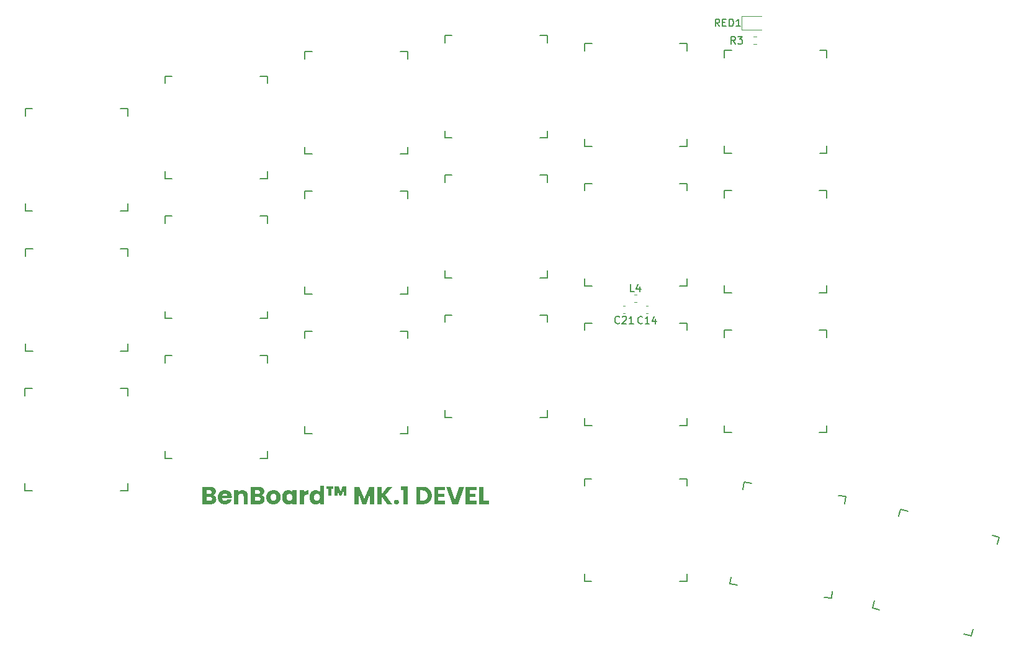
<source format=gbr>
%TF.GenerationSoftware,KiCad,Pcbnew,7.0.6*%
%TF.CreationDate,2023-07-25T14:06:58+01:00*%
%TF.ProjectId,benboard,62656e62-6f61-4726-942e-6b696361645f,rev?*%
%TF.SameCoordinates,Original*%
%TF.FileFunction,Legend,Top*%
%TF.FilePolarity,Positive*%
%FSLAX46Y46*%
G04 Gerber Fmt 4.6, Leading zero omitted, Abs format (unit mm)*
G04 Created by KiCad (PCBNEW 7.0.6) date 2023-07-25 14:06:58*
%MOMM*%
%LPD*%
G01*
G04 APERTURE LIST*
%ADD10C,0.000000*%
%ADD11C,0.150000*%
%ADD12C,0.120000*%
G04 APERTURE END LIST*
D10*
G36*
X127312088Y-107964925D02*
G01*
X126434942Y-107964925D01*
X126434942Y-108445832D01*
X127210489Y-108445832D01*
X127210489Y-108892872D01*
X126434942Y-108892872D01*
X126434942Y-109414418D01*
X127312088Y-109414418D01*
X127312088Y-109878392D01*
X125855822Y-109878392D01*
X125855822Y-107500952D01*
X127312088Y-107500952D01*
X127312088Y-107964925D01*
G37*
G36*
X117917688Y-109878392D02*
G01*
X117314859Y-109878392D01*
X117314859Y-107944605D01*
X116979580Y-107944605D01*
X116979580Y-107406125D01*
X117917688Y-107406125D01*
X117917688Y-109878392D01*
G37*
G36*
X107821399Y-107822685D02*
G01*
X107540307Y-107822685D01*
X107543693Y-108676125D01*
X107123747Y-108676125D01*
X107127133Y-107822685D01*
X106846040Y-107822685D01*
X106846040Y-107487405D01*
X107821399Y-107487405D01*
X107821399Y-107822685D01*
G37*
G36*
X128267181Y-109431352D02*
G01*
X129025796Y-109431352D01*
X129025796Y-109878392D01*
X127688064Y-109878392D01*
X127688064Y-107500952D01*
X128267181Y-107500952D01*
X128267181Y-109431352D01*
G37*
G36*
X108796759Y-108168125D02*
G01*
X109074467Y-107487405D01*
X109592627Y-107487405D01*
X109592627Y-108676125D01*
X109209933Y-108676125D01*
X109199772Y-107995405D01*
X108922067Y-108676125D01*
X108640973Y-108676125D01*
X108363267Y-107961539D01*
X108363267Y-108676125D01*
X107994119Y-108676125D01*
X107994119Y-107487405D01*
X108556306Y-107487405D01*
X108796759Y-108168125D01*
G37*
G36*
X95440485Y-107969159D02*
G01*
X95480381Y-107971698D01*
X95519220Y-107975932D01*
X95557001Y-107981858D01*
X95593723Y-107989478D01*
X95629388Y-107998791D01*
X95663995Y-108009798D01*
X95697544Y-108022498D01*
X95730035Y-108036891D01*
X95761468Y-108052978D01*
X95791843Y-108070758D01*
X95821161Y-108090231D01*
X95849420Y-108111398D01*
X95876621Y-108134258D01*
X95902765Y-108158812D01*
X95927850Y-108185059D01*
X95952044Y-108212364D01*
X95974677Y-108240939D01*
X95995749Y-108270784D01*
X96015261Y-108301899D01*
X96033213Y-108334284D01*
X96049604Y-108367939D01*
X96064434Y-108402864D01*
X96077704Y-108439059D01*
X96089413Y-108476524D01*
X96099560Y-108515259D01*
X96108147Y-108555264D01*
X96115173Y-108596539D01*
X96120638Y-108639084D01*
X96124541Y-108682899D01*
X96126883Y-108727984D01*
X96127664Y-108774339D01*
X96127664Y-109878392D01*
X95551931Y-109878392D01*
X95551931Y-108852232D01*
X95551547Y-108828856D01*
X95550395Y-108806142D01*
X95548476Y-108784089D01*
X95545790Y-108762698D01*
X95542336Y-108741968D01*
X95538115Y-108721899D01*
X95533126Y-108702492D01*
X95527371Y-108683747D01*
X95520848Y-108665662D01*
X95513558Y-108648239D01*
X95505502Y-108631478D01*
X95496678Y-108615378D01*
X95487088Y-108599939D01*
X95476731Y-108585162D01*
X95465607Y-108571046D01*
X95453717Y-108557592D01*
X95441179Y-108544878D01*
X95428111Y-108532985D01*
X95414514Y-108521912D01*
X95400387Y-108511660D01*
X95385731Y-108502227D01*
X95370545Y-108493615D01*
X95354829Y-108485823D01*
X95338584Y-108478851D01*
X95321809Y-108472700D01*
X95304505Y-108467369D01*
X95286671Y-108462857D01*
X95268307Y-108459167D01*
X95249414Y-108456296D01*
X95229991Y-108454246D01*
X95210039Y-108453015D01*
X95189557Y-108452605D01*
X95169076Y-108453015D01*
X95149124Y-108454246D01*
X95129702Y-108456296D01*
X95110810Y-108459167D01*
X95092447Y-108462857D01*
X95074614Y-108467369D01*
X95057311Y-108472700D01*
X95040537Y-108478851D01*
X95024292Y-108485823D01*
X95008577Y-108493615D01*
X94993391Y-108502227D01*
X94978734Y-108511660D01*
X94964606Y-108521912D01*
X94951008Y-108532985D01*
X94937938Y-108544878D01*
X94925397Y-108557592D01*
X94913505Y-108571046D01*
X94902379Y-108585162D01*
X94892021Y-108599939D01*
X94882430Y-108615378D01*
X94873606Y-108631478D01*
X94865549Y-108648239D01*
X94858260Y-108665662D01*
X94851738Y-108683747D01*
X94845983Y-108702492D01*
X94840996Y-108721899D01*
X94836776Y-108741968D01*
X94833323Y-108762698D01*
X94830637Y-108784089D01*
X94828719Y-108806142D01*
X94827568Y-108828856D01*
X94827184Y-108852232D01*
X94827184Y-109878392D01*
X94248064Y-109878392D01*
X94248064Y-107988632D01*
X94827184Y-107988632D01*
X94827184Y-108239245D01*
X94838429Y-108223793D01*
X94850149Y-108208765D01*
X94862347Y-108194160D01*
X94875020Y-108179978D01*
X94888170Y-108166219D01*
X94901796Y-108152884D01*
X94915899Y-108139973D01*
X94930477Y-108127485D01*
X94945532Y-108115420D01*
X94961063Y-108103778D01*
X94977071Y-108092560D01*
X94993555Y-108081765D01*
X95010514Y-108071393D01*
X95027950Y-108061445D01*
X95045862Y-108051920D01*
X95064251Y-108042819D01*
X95083020Y-108033796D01*
X95102080Y-108025356D01*
X95121432Y-108017497D01*
X95141076Y-108010221D01*
X95161011Y-108003527D01*
X95181237Y-107997415D01*
X95201755Y-107991886D01*
X95222564Y-107986938D01*
X95243665Y-107982572D01*
X95265057Y-107978789D01*
X95286740Y-107975588D01*
X95308716Y-107972968D01*
X95330982Y-107970931D01*
X95353540Y-107969476D01*
X95376390Y-107968603D01*
X95399530Y-107968312D01*
X95440485Y-107969159D01*
G37*
G36*
X97644954Y-107501600D02*
G01*
X97688383Y-107503545D01*
X97730569Y-107506786D01*
X97771513Y-107511323D01*
X97811213Y-107517157D01*
X97849670Y-107524288D01*
X97886885Y-107532715D01*
X97922855Y-107542438D01*
X97957583Y-107553458D01*
X97991067Y-107565774D01*
X98023308Y-107579387D01*
X98054305Y-107594296D01*
X98084058Y-107610502D01*
X98112567Y-107628004D01*
X98139833Y-107646803D01*
X98165855Y-107666899D01*
X98190874Y-107688105D01*
X98214279Y-107710238D01*
X98236069Y-107733296D01*
X98256244Y-107757281D01*
X98274805Y-107782192D01*
X98291751Y-107808028D01*
X98307084Y-107834791D01*
X98320802Y-107862479D01*
X98332905Y-107891094D01*
X98343395Y-107920634D01*
X98352271Y-107951101D01*
X98359532Y-107982494D01*
X98365180Y-108014813D01*
X98369214Y-108048057D01*
X98371635Y-108082228D01*
X98372442Y-108117325D01*
X98372005Y-108143294D01*
X98370695Y-108168707D01*
X98368513Y-108193564D01*
X98365457Y-108217866D01*
X98361528Y-108241613D01*
X98356725Y-108264804D01*
X98351050Y-108287439D01*
X98344502Y-108309519D01*
X98337080Y-108331043D01*
X98328786Y-108352011D01*
X98319618Y-108372424D01*
X98309577Y-108392281D01*
X98298663Y-108411582D01*
X98286875Y-108430328D01*
X98274215Y-108448518D01*
X98260682Y-108466152D01*
X98246847Y-108483178D01*
X98232429Y-108499542D01*
X98217429Y-108515245D01*
X98201846Y-108530286D01*
X98185680Y-108544666D01*
X98168932Y-108558384D01*
X98151602Y-108571442D01*
X98133689Y-108583837D01*
X98115193Y-108595572D01*
X98096116Y-108606644D01*
X98076456Y-108617056D01*
X98056215Y-108626806D01*
X98035391Y-108635895D01*
X98013985Y-108644322D01*
X97991998Y-108652088D01*
X97969429Y-108659192D01*
X97994937Y-108665159D01*
X98019810Y-108672051D01*
X98044046Y-108679870D01*
X98067647Y-108688614D01*
X98090612Y-108698285D01*
X98112942Y-108708881D01*
X98134636Y-108720404D01*
X98155695Y-108732853D01*
X98176119Y-108746227D01*
X98195909Y-108760528D01*
X98215063Y-108775754D01*
X98233583Y-108791907D01*
X98251469Y-108808986D01*
X98268721Y-108826991D01*
X98285338Y-108845922D01*
X98301322Y-108865779D01*
X98316499Y-108885860D01*
X98330696Y-108906312D01*
X98343913Y-108927135D01*
X98356151Y-108948328D01*
X98367409Y-108969891D01*
X98377688Y-108991825D01*
X98386988Y-109014129D01*
X98395308Y-109036804D01*
X98402650Y-109059849D01*
X98409012Y-109083265D01*
X98414395Y-109107051D01*
X98418799Y-109131208D01*
X98422225Y-109155735D01*
X98424671Y-109180632D01*
X98426139Y-109205900D01*
X98426629Y-109231539D01*
X98425808Y-109268316D01*
X98423347Y-109304141D01*
X98419245Y-109339013D01*
X98413503Y-109372932D01*
X98406120Y-109405899D01*
X98397096Y-109437914D01*
X98386433Y-109468976D01*
X98374129Y-109499085D01*
X98360184Y-109528242D01*
X98344600Y-109556447D01*
X98327375Y-109583699D01*
X98308511Y-109609998D01*
X98288006Y-109635345D01*
X98265862Y-109659740D01*
X98242078Y-109683182D01*
X98216655Y-109705672D01*
X98190180Y-109726587D01*
X98162409Y-109746153D01*
X98133343Y-109764370D01*
X98102980Y-109781237D01*
X98071321Y-109796755D01*
X98038366Y-109810923D01*
X98004115Y-109823742D01*
X97968568Y-109835212D01*
X97931725Y-109845332D01*
X97893586Y-109854103D01*
X97854151Y-109861525D01*
X97813420Y-109867597D01*
X97771393Y-109872320D01*
X97728070Y-109875693D01*
X97683450Y-109877717D01*
X97637535Y-109878392D01*
X96530095Y-109878392D01*
X96530095Y-108886099D01*
X97109215Y-108886099D01*
X97109215Y-109411032D01*
X97535935Y-109411032D01*
X97553877Y-109410780D01*
X97571289Y-109410026D01*
X97588172Y-109408770D01*
X97604525Y-109407010D01*
X97620348Y-109404748D01*
X97635642Y-109401983D01*
X97650407Y-109398716D01*
X97664642Y-109394946D01*
X97678347Y-109390673D01*
X97691522Y-109385897D01*
X97704168Y-109380619D01*
X97716285Y-109374838D01*
X97727872Y-109368554D01*
X97738929Y-109361767D01*
X97749457Y-109354477D01*
X97759455Y-109346685D01*
X97769297Y-109337994D01*
X97778505Y-109328853D01*
X97787077Y-109319262D01*
X97795015Y-109309221D01*
X97802317Y-109298731D01*
X97808985Y-109287790D01*
X97815017Y-109276400D01*
X97820415Y-109264560D01*
X97825177Y-109252270D01*
X97829305Y-109239530D01*
X97832797Y-109226341D01*
X97835655Y-109212701D01*
X97837877Y-109198612D01*
X97839465Y-109184073D01*
X97840417Y-109169084D01*
X97840735Y-109153645D01*
X97840404Y-109138193D01*
X97839412Y-109123165D01*
X97837760Y-109108560D01*
X97835446Y-109094378D01*
X97832470Y-109080619D01*
X97828833Y-109067284D01*
X97824535Y-109054373D01*
X97819575Y-109041885D01*
X97813953Y-109029820D01*
X97807670Y-109018178D01*
X97800725Y-109006960D01*
X97793118Y-108996165D01*
X97784849Y-108985793D01*
X97775918Y-108975845D01*
X97766324Y-108966320D01*
X97756069Y-108957219D01*
X97745658Y-108948606D01*
X97734744Y-108940550D01*
X97723328Y-108933049D01*
X97711410Y-108926104D01*
X97698988Y-108919714D01*
X97686065Y-108913880D01*
X97672638Y-108908601D01*
X97658709Y-108903879D01*
X97644276Y-108899711D01*
X97629341Y-108896100D01*
X97613903Y-108893044D01*
X97597961Y-108890544D01*
X97581516Y-108888599D01*
X97564568Y-108887210D01*
X97547117Y-108886376D01*
X97529162Y-108886099D01*
X97109215Y-108886099D01*
X96530095Y-108886099D01*
X96530095Y-107964925D01*
X97109215Y-107964925D01*
X97109215Y-108462765D01*
X97488522Y-108462765D01*
X97506037Y-108462527D01*
X97523023Y-108461813D01*
X97539479Y-108460622D01*
X97555406Y-108458955D01*
X97570803Y-108456812D01*
X97585672Y-108454193D01*
X97600011Y-108451097D01*
X97613822Y-108447525D01*
X97627103Y-108443477D01*
X97639855Y-108438953D01*
X97652079Y-108433952D01*
X97663774Y-108428475D01*
X97674940Y-108422522D01*
X97685578Y-108416093D01*
X97695687Y-108409187D01*
X97705268Y-108401805D01*
X97714697Y-108393537D01*
X97723519Y-108384819D01*
X97731733Y-108375651D01*
X97739339Y-108366033D01*
X97746337Y-108355965D01*
X97752727Y-108345448D01*
X97758508Y-108334481D01*
X97763682Y-108323065D01*
X97768247Y-108311198D01*
X97772203Y-108298882D01*
X97775551Y-108286116D01*
X97778291Y-108272900D01*
X97780422Y-108259234D01*
X97781944Y-108245119D01*
X97782857Y-108230554D01*
X97783162Y-108215539D01*
X97782857Y-108200524D01*
X97781944Y-108185958D01*
X97780422Y-108171843D01*
X97778291Y-108158177D01*
X97775551Y-108144961D01*
X97772203Y-108132195D01*
X97768247Y-108119879D01*
X97763682Y-108108013D01*
X97758508Y-108096596D01*
X97752727Y-108085629D01*
X97746337Y-108075112D01*
X97739339Y-108065044D01*
X97731733Y-108055427D01*
X97723519Y-108046259D01*
X97714697Y-108037540D01*
X97705268Y-108029272D01*
X97695687Y-108021480D01*
X97685578Y-108014190D01*
X97674940Y-108007403D01*
X97663774Y-108001120D01*
X97652079Y-107995338D01*
X97639855Y-107990060D01*
X97627103Y-107985284D01*
X97613822Y-107981011D01*
X97600011Y-107977241D01*
X97585672Y-107973974D01*
X97570803Y-107971209D01*
X97555406Y-107968947D01*
X97539479Y-107967187D01*
X97523023Y-107965931D01*
X97506037Y-107965177D01*
X97488522Y-107964925D01*
X97109215Y-107964925D01*
X96530095Y-107964925D01*
X96530095Y-107500952D01*
X97600282Y-107500952D01*
X97644954Y-107501600D01*
G37*
G36*
X104389225Y-108581298D02*
G01*
X104230052Y-108581298D01*
X104203379Y-108581669D01*
X104177553Y-108582780D01*
X104152574Y-108584632D01*
X104128442Y-108587225D01*
X104105157Y-108590559D01*
X104082719Y-108594633D01*
X104061129Y-108599448D01*
X104040385Y-108605005D01*
X104020489Y-108611302D01*
X104001439Y-108618339D01*
X103983237Y-108626118D01*
X103965882Y-108634638D01*
X103949374Y-108643898D01*
X103933712Y-108653900D01*
X103918898Y-108664642D01*
X103904931Y-108676125D01*
X103898265Y-108681979D01*
X103891811Y-108688111D01*
X103885568Y-108694520D01*
X103879537Y-108701208D01*
X103873717Y-108708173D01*
X103868108Y-108715416D01*
X103857526Y-108730735D01*
X103847789Y-108747166D01*
X103838899Y-108764708D01*
X103830855Y-108783361D01*
X103823658Y-108803125D01*
X103817307Y-108824001D01*
X103811802Y-108845988D01*
X103807145Y-108869086D01*
X103803333Y-108893295D01*
X103800369Y-108918616D01*
X103798251Y-108945048D01*
X103796981Y-108972591D01*
X103796557Y-109001245D01*
X103796557Y-109878392D01*
X103217439Y-109878392D01*
X103217439Y-107988632D01*
X103796557Y-107988632D01*
X103796557Y-108303592D01*
X103809456Y-108284383D01*
X103822751Y-108265703D01*
X103836443Y-108247552D01*
X103850533Y-108229931D01*
X103865019Y-108212839D01*
X103879901Y-108196276D01*
X103895181Y-108180242D01*
X103910858Y-108164737D01*
X103926931Y-108149762D01*
X103943401Y-108135316D01*
X103960269Y-108121399D01*
X103977533Y-108108011D01*
X103995194Y-108095152D01*
X104013252Y-108082823D01*
X104031707Y-108071023D01*
X104050558Y-108059752D01*
X104069740Y-108048679D01*
X104089186Y-108038321D01*
X104108897Y-108028677D01*
X104128872Y-108019747D01*
X104149112Y-108011532D01*
X104169616Y-108004031D01*
X104190385Y-107997244D01*
X104211419Y-107991172D01*
X104232717Y-107985814D01*
X104254280Y-107981171D01*
X104276108Y-107977242D01*
X104298202Y-107974027D01*
X104320560Y-107971527D01*
X104343183Y-107969741D01*
X104366072Y-107968669D01*
X104389225Y-107968312D01*
X104389225Y-108581298D01*
G37*
G36*
X120026417Y-107501534D02*
G01*
X120072296Y-107503280D01*
X120117435Y-107506191D01*
X120161833Y-107510265D01*
X120205490Y-107515504D01*
X120248407Y-107521907D01*
X120290582Y-107529475D01*
X120332017Y-107538206D01*
X120372710Y-107548101D01*
X120412663Y-107559161D01*
X120451874Y-107571385D01*
X120490344Y-107584773D01*
X120528073Y-107599325D01*
X120565060Y-107615041D01*
X120601306Y-107631921D01*
X120636810Y-107649965D01*
X120671450Y-107669068D01*
X120705083Y-107689123D01*
X120737710Y-107710131D01*
X120769329Y-107732091D01*
X120799942Y-107755004D01*
X120829549Y-107778870D01*
X120858150Y-107803688D01*
X120885744Y-107829459D01*
X120912333Y-107856182D01*
X120937916Y-107883857D01*
X120962493Y-107912485D01*
X120986065Y-107942066D01*
X121008632Y-107972599D01*
X121030194Y-108004084D01*
X121050751Y-108036522D01*
X121070303Y-108069912D01*
X121089171Y-108103686D01*
X121106821Y-108138122D01*
X121123253Y-108173219D01*
X121138467Y-108208978D01*
X121152464Y-108245398D01*
X121165243Y-108282479D01*
X121176805Y-108320222D01*
X121187150Y-108358627D01*
X121196277Y-108397692D01*
X121204187Y-108437419D01*
X121210879Y-108477808D01*
X121216355Y-108518858D01*
X121220614Y-108560569D01*
X121223656Y-108602942D01*
X121225481Y-108645976D01*
X121226089Y-108689672D01*
X121225481Y-108732971D01*
X121223656Y-108775662D01*
X121220614Y-108817744D01*
X121216355Y-108859218D01*
X121210879Y-108900083D01*
X121204187Y-108940339D01*
X121196277Y-108979987D01*
X121187150Y-109019027D01*
X121176805Y-109057457D01*
X121165243Y-109095279D01*
X121152464Y-109132493D01*
X121138467Y-109169098D01*
X121123253Y-109205094D01*
X121106821Y-109240482D01*
X121089171Y-109275261D01*
X121070303Y-109309432D01*
X121050737Y-109342822D01*
X121030140Y-109375260D01*
X121008510Y-109406745D01*
X120985849Y-109437278D01*
X120962155Y-109466859D01*
X120937430Y-109495487D01*
X120911673Y-109523162D01*
X120884884Y-109549885D01*
X120857063Y-109575656D01*
X120828210Y-109600474D01*
X120798325Y-109624339D01*
X120767408Y-109647252D01*
X120735460Y-109669213D01*
X120702479Y-109690221D01*
X120668467Y-109710276D01*
X120633423Y-109729378D01*
X120597932Y-109747423D01*
X120561727Y-109764303D01*
X120524808Y-109780019D01*
X120487174Y-109794571D01*
X120448825Y-109807959D01*
X120409761Y-109820183D01*
X120369983Y-109831242D01*
X120329490Y-109841138D01*
X120288282Y-109849869D01*
X120246358Y-109857436D01*
X120203720Y-109863839D01*
X120160366Y-109869078D01*
X120116297Y-109873153D01*
X120071513Y-109876063D01*
X120026013Y-109877810D01*
X119979797Y-109878392D01*
X119089105Y-109878392D01*
X119089105Y-107995405D01*
X119668225Y-107995405D01*
X119668225Y-109377165D01*
X119942544Y-109377165D01*
X119983042Y-109376464D01*
X120022400Y-109374361D01*
X120060621Y-109370855D01*
X120097703Y-109365947D01*
X120133647Y-109359636D01*
X120168453Y-109351924D01*
X120202120Y-109342808D01*
X120234650Y-109332291D01*
X120266042Y-109320372D01*
X120296296Y-109307050D01*
X120325412Y-109292326D01*
X120353391Y-109276199D01*
X120380232Y-109258671D01*
X120405935Y-109239740D01*
X120430502Y-109219407D01*
X120453930Y-109197672D01*
X120476076Y-109174653D01*
X120496792Y-109150471D01*
X120516080Y-109125124D01*
X120533939Y-109098613D01*
X120550370Y-109070938D01*
X120565372Y-109042098D01*
X120578945Y-109012094D01*
X120591089Y-108980927D01*
X120601805Y-108948594D01*
X120611092Y-108915098D01*
X120618950Y-108880438D01*
X120625380Y-108844613D01*
X120630380Y-108807624D01*
X120633952Y-108769471D01*
X120636096Y-108730153D01*
X120636810Y-108689672D01*
X120636096Y-108649177D01*
X120633952Y-108609820D01*
X120630380Y-108571601D01*
X120625380Y-108534520D01*
X120618950Y-108498576D01*
X120611092Y-108463770D01*
X120601805Y-108430102D01*
X120591089Y-108397571D01*
X120578945Y-108366179D01*
X120565372Y-108335924D01*
X120550370Y-108306806D01*
X120533939Y-108278827D01*
X120516080Y-108251985D01*
X120496792Y-108226281D01*
X120476076Y-108201714D01*
X120453930Y-108178285D01*
X120430502Y-108156140D01*
X120405935Y-108135423D01*
X120380232Y-108116135D01*
X120353391Y-108098275D01*
X120325412Y-108081845D01*
X120296296Y-108066843D01*
X120266042Y-108053270D01*
X120234650Y-108041125D01*
X120202120Y-108030410D01*
X120168453Y-108021123D01*
X120133647Y-108013265D01*
X120097703Y-108006835D01*
X120060621Y-108001835D01*
X120022400Y-107998263D01*
X119983042Y-107996120D01*
X119942544Y-107995405D01*
X119668225Y-107995405D01*
X119089105Y-107995405D01*
X119089105Y-107500952D01*
X119979797Y-107500952D01*
X120026417Y-107501534D01*
G37*
G36*
X93035108Y-107961988D02*
G01*
X93068684Y-107963338D01*
X93101783Y-107965587D01*
X93134406Y-107968735D01*
X93166553Y-107972783D01*
X93198224Y-107977731D01*
X93229418Y-107983578D01*
X93260136Y-107990325D01*
X93290378Y-107997971D01*
X93320144Y-108006517D01*
X93349433Y-108015963D01*
X93378246Y-108026308D01*
X93406583Y-108037553D01*
X93434444Y-108049697D01*
X93461828Y-108062741D01*
X93488736Y-108076685D01*
X93515036Y-108091463D01*
X93540595Y-108107007D01*
X93565413Y-108123319D01*
X93589490Y-108140398D01*
X93612826Y-108158244D01*
X93635422Y-108176857D01*
X93657277Y-108196238D01*
X93678390Y-108216386D01*
X93698763Y-108237301D01*
X93718396Y-108258984D01*
X93737287Y-108281433D01*
X93755437Y-108304651D01*
X93772847Y-108328635D01*
X93789515Y-108353387D01*
X93805443Y-108378906D01*
X93820630Y-108405192D01*
X93835394Y-108432140D01*
X93849205Y-108459643D01*
X93862064Y-108487702D01*
X93873970Y-108516317D01*
X93884924Y-108545487D01*
X93894925Y-108575213D01*
X93903974Y-108605495D01*
X93912070Y-108636332D01*
X93919214Y-108667725D01*
X93925405Y-108699673D01*
X93930644Y-108732177D01*
X93934930Y-108765237D01*
X93938264Y-108798852D01*
X93940645Y-108833023D01*
X93942074Y-108867750D01*
X93942550Y-108903032D01*
X93942391Y-108923458D01*
X93941915Y-108944095D01*
X93941121Y-108964945D01*
X93940010Y-108986006D01*
X93938581Y-109007278D01*
X93936835Y-109028763D01*
X93934771Y-109050458D01*
X93932390Y-109072365D01*
X92621750Y-109072365D01*
X92623774Y-109094061D01*
X92626460Y-109115122D01*
X92629807Y-109135548D01*
X92633816Y-109155339D01*
X92638486Y-109174495D01*
X92643817Y-109193015D01*
X92649810Y-109210901D01*
X92656464Y-109228152D01*
X92663780Y-109244767D01*
X92671757Y-109260748D01*
X92680396Y-109276094D01*
X92689696Y-109290805D01*
X92699657Y-109304880D01*
X92710280Y-109318321D01*
X92721564Y-109331127D01*
X92733510Y-109343299D01*
X92746382Y-109354371D01*
X92759598Y-109364730D01*
X92773157Y-109374374D01*
X92787061Y-109383304D01*
X92801309Y-109391519D01*
X92815901Y-109399020D01*
X92830836Y-109405806D01*
X92846116Y-109411879D01*
X92861739Y-109417236D01*
X92877707Y-109421880D01*
X92894018Y-109425809D01*
X92910674Y-109429024D01*
X92927674Y-109431524D01*
X92945017Y-109433310D01*
X92962705Y-109434381D01*
X92980737Y-109434739D01*
X93007314Y-109434024D01*
X93032860Y-109431881D01*
X93057374Y-109428309D01*
X93080855Y-109423309D01*
X93103305Y-109416879D01*
X93124723Y-109409021D01*
X93145109Y-109399734D01*
X93164463Y-109389019D01*
X93182785Y-109376874D01*
X93200075Y-109363301D01*
X93216334Y-109348299D01*
X93231561Y-109331869D01*
X93245756Y-109314009D01*
X93258919Y-109294721D01*
X93271050Y-109274004D01*
X93282150Y-109251859D01*
X93898523Y-109251859D01*
X93892292Y-109274997D01*
X93885453Y-109297844D01*
X93878005Y-109320400D01*
X93869949Y-109342664D01*
X93861284Y-109364638D01*
X93852010Y-109386321D01*
X93842128Y-109407713D01*
X93831638Y-109428813D01*
X93820538Y-109449623D01*
X93808830Y-109470141D01*
X93796514Y-109490368D01*
X93783589Y-109510304D01*
X93770055Y-109529950D01*
X93755913Y-109549304D01*
X93741162Y-109568367D01*
X93725803Y-109587138D01*
X93710312Y-109605513D01*
X93694318Y-109623386D01*
X93677821Y-109640755D01*
X93660822Y-109657622D01*
X93643319Y-109673987D01*
X93625315Y-109689848D01*
X93606807Y-109705207D01*
X93587797Y-109720064D01*
X93568284Y-109734417D01*
X93548268Y-109748268D01*
X93527750Y-109761617D01*
X93506729Y-109774462D01*
X93485205Y-109786805D01*
X93463178Y-109798646D01*
X93440649Y-109809984D01*
X93417616Y-109820819D01*
X93394161Y-109831071D01*
X93370361Y-109840663D01*
X93346218Y-109849593D01*
X93321730Y-109857861D01*
X93296899Y-109865468D01*
X93271724Y-109872413D01*
X93246205Y-109878697D01*
X93220342Y-109884319D01*
X93194135Y-109889280D01*
X93167584Y-109893579D01*
X93140689Y-109897217D01*
X93113450Y-109900194D01*
X93085868Y-109902509D01*
X93057941Y-109904162D01*
X93029671Y-109905154D01*
X93001056Y-109905485D01*
X92966581Y-109905022D01*
X92932582Y-109903633D01*
X92899059Y-109901318D01*
X92866013Y-109898077D01*
X92833442Y-109893909D01*
X92801349Y-109888816D01*
X92769731Y-109882797D01*
X92738590Y-109875851D01*
X92707925Y-109867980D01*
X92677736Y-109859182D01*
X92648023Y-109849459D01*
X92618787Y-109838809D01*
X92590027Y-109827234D01*
X92561743Y-109814733D01*
X92533935Y-109801305D01*
X92506603Y-109786952D01*
X92479880Y-109771739D01*
X92453897Y-109755731D01*
X92428656Y-109738931D01*
X92404156Y-109721336D01*
X92380396Y-109702947D01*
X92357377Y-109683765D01*
X92335099Y-109663789D01*
X92313562Y-109643019D01*
X92292766Y-109621455D01*
X92272711Y-109599097D01*
X92253396Y-109575946D01*
X92234823Y-109552001D01*
X92216990Y-109527263D01*
X92199898Y-109501731D01*
X92183547Y-109475405D01*
X92167936Y-109448285D01*
X92153173Y-109420478D01*
X92139361Y-109392088D01*
X92126503Y-109363117D01*
X92114596Y-109333563D01*
X92103643Y-109303427D01*
X92093641Y-109272708D01*
X92084593Y-109241408D01*
X92076496Y-109209526D01*
X92069353Y-109177061D01*
X92063161Y-109144015D01*
X92057923Y-109110386D01*
X92053636Y-109076175D01*
X92050303Y-109041383D01*
X92047921Y-109006008D01*
X92046493Y-108970051D01*
X92046016Y-108933512D01*
X92046479Y-108896973D01*
X92047869Y-108861016D01*
X92050184Y-108825641D01*
X92053425Y-108790848D01*
X92057592Y-108756638D01*
X92058502Y-108750632D01*
X92625136Y-108750632D01*
X93349883Y-108750632D01*
X93349486Y-108732244D01*
X93348295Y-108714332D01*
X93346311Y-108696896D01*
X93343533Y-108679936D01*
X93339961Y-108663452D01*
X93335595Y-108647445D01*
X93330436Y-108631914D01*
X93324483Y-108616859D01*
X93317736Y-108602280D01*
X93310196Y-108588177D01*
X93301861Y-108574551D01*
X93292733Y-108561401D01*
X93282811Y-108548728D01*
X93272096Y-108536531D01*
X93260586Y-108524810D01*
X93248283Y-108513565D01*
X93235385Y-108502903D01*
X93222089Y-108492928D01*
X93208397Y-108483642D01*
X93194308Y-108475043D01*
X93179822Y-108467132D01*
X93164939Y-108459909D01*
X93149660Y-108453373D01*
X93133983Y-108447526D01*
X93117910Y-108442366D01*
X93101439Y-108437895D01*
X93084572Y-108434111D01*
X93067308Y-108431016D01*
X93049647Y-108428608D01*
X93031589Y-108426888D01*
X93013135Y-108425856D01*
X92994283Y-108425512D01*
X92976251Y-108425843D01*
X92958564Y-108426835D01*
X92941220Y-108428488D01*
X92924221Y-108430803D01*
X92907565Y-108433780D01*
X92891253Y-108437418D01*
X92875286Y-108441717D01*
X92859662Y-108446678D01*
X92844383Y-108452300D01*
X92829447Y-108458584D01*
X92814855Y-108465529D01*
X92800608Y-108473136D01*
X92786704Y-108481404D01*
X92773144Y-108490334D01*
X92759928Y-108499926D01*
X92747056Y-108510179D01*
X92735071Y-108521040D01*
X92723668Y-108532457D01*
X92712847Y-108544429D01*
X92702607Y-108556957D01*
X92692950Y-108570041D01*
X92683875Y-108583680D01*
X92675382Y-108597875D01*
X92667471Y-108612625D01*
X92660142Y-108627931D01*
X92653395Y-108643793D01*
X92647230Y-108660210D01*
X92641647Y-108677183D01*
X92636647Y-108694712D01*
X92632228Y-108712796D01*
X92628391Y-108731436D01*
X92625136Y-108750632D01*
X92058502Y-108750632D01*
X92062686Y-108723009D01*
X92068705Y-108689962D01*
X92075650Y-108657498D01*
X92083522Y-108625616D01*
X92092319Y-108594315D01*
X92102043Y-108563597D01*
X92112692Y-108533461D01*
X92124268Y-108503907D01*
X92136769Y-108474936D01*
X92150197Y-108446546D01*
X92164550Y-108418739D01*
X92180160Y-108391619D01*
X92196511Y-108365293D01*
X92213603Y-108339761D01*
X92231436Y-108315022D01*
X92250010Y-108291078D01*
X92269324Y-108267926D01*
X92289380Y-108245569D01*
X92310176Y-108224005D01*
X92331713Y-108203235D01*
X92353991Y-108183259D01*
X92377009Y-108164077D01*
X92400769Y-108145688D01*
X92425270Y-108128093D01*
X92450511Y-108111292D01*
X92476493Y-108095285D01*
X92503216Y-108080072D01*
X92530561Y-108065719D01*
X92558409Y-108052291D01*
X92586759Y-108039790D01*
X92615612Y-108028214D01*
X92644968Y-108017565D01*
X92674826Y-108007841D01*
X92705187Y-107999044D01*
X92736051Y-107991173D01*
X92767417Y-107984227D01*
X92799286Y-107978208D01*
X92831658Y-107973114D01*
X92864532Y-107968947D01*
X92897909Y-107965706D01*
X92931789Y-107963391D01*
X92966171Y-107962002D01*
X93001056Y-107961539D01*
X93035108Y-107961988D01*
G37*
G36*
X106545633Y-109878392D02*
G01*
X105966513Y-109878392D01*
X105966513Y-109607458D01*
X105956075Y-109624180D01*
X105945081Y-109640479D01*
X105933532Y-109656354D01*
X105921427Y-109671806D01*
X105908767Y-109686834D01*
X105895551Y-109701439D01*
X105881779Y-109715621D01*
X105867452Y-109729379D01*
X105852569Y-109742714D01*
X105837131Y-109755626D01*
X105821137Y-109768114D01*
X105804587Y-109780179D01*
X105787482Y-109791820D01*
X105769821Y-109803039D01*
X105751604Y-109813834D01*
X105732832Y-109824205D01*
X105714010Y-109834048D01*
X105694790Y-109843255D01*
X105675171Y-109851828D01*
X105655156Y-109859765D01*
X105634743Y-109867068D01*
X105613932Y-109873735D01*
X105592724Y-109879768D01*
X105571119Y-109885165D01*
X105549118Y-109889928D01*
X105526719Y-109894055D01*
X105503924Y-109897548D01*
X105480733Y-109900405D01*
X105457145Y-109902628D01*
X105433161Y-109904215D01*
X105408781Y-109905168D01*
X105384005Y-109905485D01*
X105354967Y-109905022D01*
X105326273Y-109903633D01*
X105297922Y-109901318D01*
X105269915Y-109898077D01*
X105242251Y-109893909D01*
X105214932Y-109888816D01*
X105187957Y-109882797D01*
X105161326Y-109875851D01*
X105135038Y-109867980D01*
X105109096Y-109859182D01*
X105083497Y-109849459D01*
X105058243Y-109838809D01*
X105033334Y-109827234D01*
X105008769Y-109814733D01*
X104984549Y-109801305D01*
X104960673Y-109786952D01*
X104937274Y-109771328D01*
X104914482Y-109754937D01*
X104892298Y-109737779D01*
X104870722Y-109719853D01*
X104849753Y-109701160D01*
X104829394Y-109681700D01*
X104809642Y-109661473D01*
X104790498Y-109640478D01*
X104771963Y-109618716D01*
X104754037Y-109596186D01*
X104736719Y-109572890D01*
X104720009Y-109548826D01*
X104703908Y-109523995D01*
X104688416Y-109498397D01*
X104673533Y-109472031D01*
X104659259Y-109444898D01*
X104646138Y-109416694D01*
X104633864Y-109387960D01*
X104622435Y-109358697D01*
X104611853Y-109328905D01*
X104602117Y-109298584D01*
X104593227Y-109267733D01*
X104585183Y-109236353D01*
X104577985Y-109204445D01*
X104571634Y-109172007D01*
X104566130Y-109139039D01*
X104561472Y-109105543D01*
X104557661Y-109071518D01*
X104554696Y-109036963D01*
X104552579Y-109001880D01*
X104551308Y-108966267D01*
X104550885Y-108930125D01*
X105140165Y-108930125D01*
X105140629Y-108956875D01*
X105142018Y-108982937D01*
X105144334Y-109008310D01*
X105147576Y-109032996D01*
X105151744Y-109056994D01*
X105156839Y-109080304D01*
X105162859Y-109102926D01*
X105169805Y-109124860D01*
X105177677Y-109146106D01*
X105186475Y-109166664D01*
X105196198Y-109186534D01*
X105206847Y-109205716D01*
X105218422Y-109224210D01*
X105230922Y-109242017D01*
X105244348Y-109259135D01*
X105258699Y-109275565D01*
X105274137Y-109290739D01*
X105289973Y-109304935D01*
X105306205Y-109318151D01*
X105322834Y-109330388D01*
X105339860Y-109341646D01*
X105357283Y-109351925D01*
X105375102Y-109361225D01*
X105393319Y-109369546D01*
X105411932Y-109376888D01*
X105430943Y-109383251D01*
X105450350Y-109388635D01*
X105470154Y-109393041D01*
X105490355Y-109396467D01*
X105510952Y-109398914D01*
X105531947Y-109400383D01*
X105553338Y-109400872D01*
X105574717Y-109400383D01*
X105595672Y-109398914D01*
X105616205Y-109396467D01*
X105636314Y-109393041D01*
X105656000Y-109388635D01*
X105675263Y-109383251D01*
X105694102Y-109376888D01*
X105712518Y-109369546D01*
X105730511Y-109361225D01*
X105748080Y-109351925D01*
X105765225Y-109341646D01*
X105781946Y-109330388D01*
X105798244Y-109318151D01*
X105814117Y-109304935D01*
X105829567Y-109290739D01*
X105844592Y-109275565D01*
X105859356Y-109259545D01*
X105873167Y-109242809D01*
X105886026Y-109225360D01*
X105897932Y-109207196D01*
X105908886Y-109188319D01*
X105918887Y-109168726D01*
X105927936Y-109148420D01*
X105936033Y-109127399D01*
X105943176Y-109105663D01*
X105949368Y-109083213D01*
X105954606Y-109060049D01*
X105958893Y-109036171D01*
X105962226Y-109011578D01*
X105964608Y-108986270D01*
X105966037Y-108960248D01*
X105966513Y-108933512D01*
X105966037Y-108906776D01*
X105964608Y-108880754D01*
X105962226Y-108855446D01*
X105958893Y-108830853D01*
X105954606Y-108806974D01*
X105949368Y-108783810D01*
X105943176Y-108761361D01*
X105936033Y-108739625D01*
X105927936Y-108718604D01*
X105918887Y-108698298D01*
X105908886Y-108678705D01*
X105897932Y-108659827D01*
X105886026Y-108641664D01*
X105873167Y-108624214D01*
X105859356Y-108607479D01*
X105844592Y-108591459D01*
X105829567Y-108576284D01*
X105814117Y-108562089D01*
X105798244Y-108548873D01*
X105781946Y-108536636D01*
X105765225Y-108525378D01*
X105748080Y-108515099D01*
X105730511Y-108505799D01*
X105712518Y-108497478D01*
X105694102Y-108490136D01*
X105675263Y-108483773D01*
X105656000Y-108478389D01*
X105636314Y-108473983D01*
X105616205Y-108470557D01*
X105595672Y-108468110D01*
X105574717Y-108466641D01*
X105553338Y-108466152D01*
X105531947Y-108466641D01*
X105510952Y-108468110D01*
X105490355Y-108470557D01*
X105470154Y-108473983D01*
X105450350Y-108478389D01*
X105430943Y-108483773D01*
X105411932Y-108490136D01*
X105393319Y-108497478D01*
X105375102Y-108505799D01*
X105357283Y-108515099D01*
X105339860Y-108525378D01*
X105322834Y-108536636D01*
X105306205Y-108548873D01*
X105289973Y-108562089D01*
X105274137Y-108576284D01*
X105258699Y-108591459D01*
X105244348Y-108607069D01*
X105230922Y-108623420D01*
X105218422Y-108640512D01*
X105206847Y-108658345D01*
X105196198Y-108676919D01*
X105186475Y-108696233D01*
X105177677Y-108716288D01*
X105169805Y-108737085D01*
X105162859Y-108758622D01*
X105156839Y-108780899D01*
X105151744Y-108803918D01*
X105147576Y-108827678D01*
X105144334Y-108852178D01*
X105142018Y-108877420D01*
X105140629Y-108903402D01*
X105140165Y-108930125D01*
X104550885Y-108930125D01*
X104551308Y-108893997D01*
X104552579Y-108858424D01*
X104554696Y-108823406D01*
X104557661Y-108788944D01*
X104561472Y-108755038D01*
X104566130Y-108721687D01*
X104571634Y-108688892D01*
X104577985Y-108656652D01*
X104585183Y-108624968D01*
X104593227Y-108593840D01*
X104602117Y-108563267D01*
X104611853Y-108533250D01*
X104622435Y-108503788D01*
X104633864Y-108474883D01*
X104646138Y-108446533D01*
X104659259Y-108418739D01*
X104673533Y-108391619D01*
X104688416Y-108365293D01*
X104703908Y-108339761D01*
X104720009Y-108315022D01*
X104736719Y-108291078D01*
X104754037Y-108267926D01*
X104771963Y-108245569D01*
X104790498Y-108224005D01*
X104809642Y-108203235D01*
X104829394Y-108183259D01*
X104849753Y-108164077D01*
X104870722Y-108145688D01*
X104892298Y-108128093D01*
X104914482Y-108111292D01*
X104937274Y-108095285D01*
X104960673Y-108080072D01*
X104984549Y-108065719D01*
X105008769Y-108052291D01*
X105033334Y-108039790D01*
X105058243Y-108028214D01*
X105083497Y-108017565D01*
X105109096Y-108007841D01*
X105135038Y-107999044D01*
X105161326Y-107991173D01*
X105187957Y-107984227D01*
X105214932Y-107978208D01*
X105242251Y-107973114D01*
X105269915Y-107968947D01*
X105297922Y-107965706D01*
X105326273Y-107963391D01*
X105354967Y-107962002D01*
X105384005Y-107961539D01*
X105407159Y-107961843D01*
X105430048Y-107962756D01*
X105452672Y-107964277D01*
X105475030Y-107966407D01*
X105497123Y-107969146D01*
X105518951Y-107972493D01*
X105540514Y-107976448D01*
X105561812Y-107981013D01*
X105582846Y-107986185D01*
X105603615Y-107991966D01*
X105624119Y-107998356D01*
X105644358Y-108005354D01*
X105664333Y-108012961D01*
X105684044Y-108021176D01*
X105703491Y-108030000D01*
X105722673Y-108039432D01*
X105741884Y-108049380D01*
X105760566Y-108059751D01*
X105778719Y-108070546D01*
X105796342Y-108081765D01*
X105813435Y-108093406D01*
X105829999Y-108105471D01*
X105846034Y-108117960D01*
X105861539Y-108130871D01*
X105876514Y-108144206D01*
X105890960Y-108157965D01*
X105904876Y-108172147D01*
X105918262Y-108186752D01*
X105931119Y-108201780D01*
X105943447Y-108217232D01*
X105955244Y-108233107D01*
X105966513Y-108249405D01*
X105966513Y-107372259D01*
X106545633Y-107372259D01*
X106545633Y-109878392D01*
G37*
G36*
X114360048Y-108544045D02*
G01*
X115152528Y-107500952D01*
X115833249Y-107500952D01*
X114912074Y-108665965D01*
X115867114Y-109878392D01*
X115159300Y-109878392D01*
X114360048Y-108828525D01*
X114360048Y-109878392D01*
X113780926Y-109878392D01*
X113780926Y-107500952D01*
X114360048Y-107500952D01*
X114360048Y-108544045D01*
G37*
G36*
X99663982Y-107962002D02*
G01*
X99698062Y-107963391D01*
X99731719Y-107965706D01*
X99764951Y-107968947D01*
X99797760Y-107973114D01*
X99830145Y-107978208D01*
X99862106Y-107984227D01*
X99893644Y-107991173D01*
X99924758Y-107999044D01*
X99955448Y-108007841D01*
X99985716Y-108017565D01*
X100015559Y-108028214D01*
X100044980Y-108039790D01*
X100073978Y-108052291D01*
X100102552Y-108065719D01*
X100130703Y-108080072D01*
X100158273Y-108095298D01*
X100185103Y-108111345D01*
X100211191Y-108128212D01*
X100236539Y-108145900D01*
X100261147Y-108164407D01*
X100285013Y-108183735D01*
X100308139Y-108203883D01*
X100330524Y-108224851D01*
X100352167Y-108246640D01*
X100373070Y-108269249D01*
X100393231Y-108292678D01*
X100412651Y-108316927D01*
X100431330Y-108341996D01*
X100449267Y-108367886D01*
X100466463Y-108394595D01*
X100482917Y-108422125D01*
X100498507Y-108449919D01*
X100513090Y-108478269D01*
X100526666Y-108507175D01*
X100539236Y-108536636D01*
X100550799Y-108566653D01*
X100561355Y-108597226D01*
X100570906Y-108628355D01*
X100579450Y-108660039D01*
X100586989Y-108692278D01*
X100593522Y-108725073D01*
X100599050Y-108758424D01*
X100603572Y-108792331D01*
X100607089Y-108826793D01*
X100609601Y-108861810D01*
X100611108Y-108897383D01*
X100611610Y-108933512D01*
X100611094Y-108969654D01*
X100609546Y-109005266D01*
X100606967Y-109040350D01*
X100603355Y-109074905D01*
X100598712Y-109108930D01*
X100593036Y-109142426D01*
X100586329Y-109175393D01*
X100578590Y-109207831D01*
X100569819Y-109239740D01*
X100560017Y-109271120D01*
X100549182Y-109301970D01*
X100537315Y-109332292D01*
X100524417Y-109362084D01*
X100510486Y-109391347D01*
X100495524Y-109420081D01*
X100479530Y-109448285D01*
X100463063Y-109475405D01*
X100445828Y-109501731D01*
X100427825Y-109527263D01*
X100409055Y-109552001D01*
X100389517Y-109575946D01*
X100369211Y-109599097D01*
X100348138Y-109621455D01*
X100326297Y-109643019D01*
X100303688Y-109663789D01*
X100280311Y-109683765D01*
X100256167Y-109702947D01*
X100231255Y-109721336D01*
X100205576Y-109738931D01*
X100179128Y-109755731D01*
X100151913Y-109771739D01*
X100123930Y-109786952D01*
X100095779Y-109801305D01*
X100067204Y-109814733D01*
X100038207Y-109827234D01*
X100008786Y-109838809D01*
X99978942Y-109849459D01*
X99948675Y-109859182D01*
X99917985Y-109867980D01*
X99886870Y-109875851D01*
X99855333Y-109882797D01*
X99823372Y-109888816D01*
X99790987Y-109893909D01*
X99758178Y-109898077D01*
X99724945Y-109901318D01*
X99691289Y-109903633D01*
X99657208Y-109905022D01*
X99622703Y-109905485D01*
X99588207Y-109905022D01*
X99554134Y-109903633D01*
X99520482Y-109901318D01*
X99487252Y-109898077D01*
X99454444Y-109893909D01*
X99422059Y-109888816D01*
X99390097Y-109882797D01*
X99358557Y-109875851D01*
X99327440Y-109867980D01*
X99296746Y-109859182D01*
X99266476Y-109849459D01*
X99236629Y-109838809D01*
X99207205Y-109827234D01*
X99178205Y-109814733D01*
X99149629Y-109801305D01*
X99121477Y-109786952D01*
X99094321Y-109771739D01*
X99067879Y-109755731D01*
X99042152Y-109738931D01*
X99017138Y-109721336D01*
X98992839Y-109702947D01*
X98969253Y-109683765D01*
X98946382Y-109663789D01*
X98924224Y-109643019D01*
X98902780Y-109621455D01*
X98882049Y-109599097D01*
X98862033Y-109575946D01*
X98842730Y-109552001D01*
X98824140Y-109527263D01*
X98806263Y-109501731D01*
X98789100Y-109475405D01*
X98772651Y-109448285D01*
X98757482Y-109420478D01*
X98743292Y-109392088D01*
X98730079Y-109363117D01*
X98717844Y-109333563D01*
X98706586Y-109303427D01*
X98696307Y-109272708D01*
X98687006Y-109241408D01*
X98678684Y-109209526D01*
X98671340Y-109177061D01*
X98664974Y-109144015D01*
X98659588Y-109110386D01*
X98655180Y-109076175D01*
X98651752Y-109041383D01*
X98649303Y-109006008D01*
X98647834Y-108970051D01*
X98647344Y-108933512D01*
X99236624Y-108933512D01*
X99237047Y-108961465D01*
X99238318Y-108988599D01*
X99240435Y-109014912D01*
X99243400Y-109040404D01*
X99247211Y-109065077D01*
X99251868Y-109088929D01*
X99257373Y-109111961D01*
X99263724Y-109134173D01*
X99270921Y-109155564D01*
X99278965Y-109176135D01*
X99287855Y-109195886D01*
X99297591Y-109214817D01*
X99308174Y-109232928D01*
X99319602Y-109250218D01*
X99331877Y-109266688D01*
X99344997Y-109282339D01*
X99359179Y-109297102D01*
X99373785Y-109310914D01*
X99388815Y-109323772D01*
X99404269Y-109335679D01*
X99420146Y-109346632D01*
X99436446Y-109356634D01*
X99453170Y-109365682D01*
X99470317Y-109373779D01*
X99487886Y-109380922D01*
X99505879Y-109387114D01*
X99524294Y-109392352D01*
X99543132Y-109396639D01*
X99562391Y-109399972D01*
X99582073Y-109402354D01*
X99602177Y-109403782D01*
X99622703Y-109404259D01*
X99643251Y-109403782D01*
X99663403Y-109402354D01*
X99683157Y-109399972D01*
X99702514Y-109396639D01*
X99721474Y-109392352D01*
X99740037Y-109387114D01*
X99758202Y-109380922D01*
X99775970Y-109373779D01*
X99793340Y-109365682D01*
X99810313Y-109356634D01*
X99826889Y-109346632D01*
X99843066Y-109335679D01*
X99858846Y-109323772D01*
X99874228Y-109310914D01*
X99889212Y-109297102D01*
X99903798Y-109282339D01*
X99918157Y-109266688D01*
X99931589Y-109250218D01*
X99944093Y-109232928D01*
X99955670Y-109214817D01*
X99966320Y-109195886D01*
X99976044Y-109176135D01*
X99984840Y-109155564D01*
X99992710Y-109134173D01*
X99999654Y-109111961D01*
X100005671Y-109088929D01*
X100010762Y-109065077D01*
X100014927Y-109040404D01*
X100018166Y-109014912D01*
X100020480Y-108988599D01*
X100021868Y-108961465D01*
X100022330Y-108933512D01*
X100021881Y-108905558D01*
X100020532Y-108878425D01*
X100018284Y-108852112D01*
X100015136Y-108826620D01*
X100011089Y-108801947D01*
X100006143Y-108778095D01*
X100000296Y-108755063D01*
X99993550Y-108732851D01*
X99985905Y-108711460D01*
X99977359Y-108690889D01*
X99967914Y-108671138D01*
X99957568Y-108652207D01*
X99946322Y-108634096D01*
X99934176Y-108616806D01*
X99921130Y-108600335D01*
X99907184Y-108584685D01*
X99893002Y-108569921D01*
X99878398Y-108556110D01*
X99863370Y-108543251D01*
X99847919Y-108531345D01*
X99832046Y-108520391D01*
X99815748Y-108510390D01*
X99799028Y-108501341D01*
X99781884Y-108493245D01*
X99764316Y-108486101D01*
X99746325Y-108479910D01*
X99727910Y-108474671D01*
X99709071Y-108470385D01*
X99689809Y-108467051D01*
X99670122Y-108464670D01*
X99650012Y-108463241D01*
X99629477Y-108462765D01*
X99608538Y-108463241D01*
X99588049Y-108464670D01*
X99568008Y-108467051D01*
X99548416Y-108470385D01*
X99529274Y-108474671D01*
X99510581Y-108479910D01*
X99492338Y-108486101D01*
X99474544Y-108493245D01*
X99457199Y-108501341D01*
X99440305Y-108510390D01*
X99423860Y-108520391D01*
X99407864Y-108531345D01*
X99392319Y-108543251D01*
X99377224Y-108556110D01*
X99362579Y-108569921D01*
X99348384Y-108584685D01*
X99334850Y-108599938D01*
X99322190Y-108616064D01*
X99310403Y-108633064D01*
X99299489Y-108650936D01*
X99289448Y-108669682D01*
X99280280Y-108689301D01*
X99271985Y-108709793D01*
X99264564Y-108731158D01*
X99258015Y-108753397D01*
X99252340Y-108776508D01*
X99247538Y-108800493D01*
X99243609Y-108825351D01*
X99240553Y-108851081D01*
X99238370Y-108877685D01*
X99237060Y-108905162D01*
X99236624Y-108933512D01*
X98647344Y-108933512D01*
X98647847Y-108897383D01*
X98649355Y-108861810D01*
X98651870Y-108826793D01*
X98655390Y-108792331D01*
X98659915Y-108758424D01*
X98665446Y-108725073D01*
X98671982Y-108692278D01*
X98679523Y-108660039D01*
X98688070Y-108628355D01*
X98697622Y-108597226D01*
X98708179Y-108566653D01*
X98719741Y-108536636D01*
X98732307Y-108507175D01*
X98745879Y-108478269D01*
X98760455Y-108449919D01*
X98776037Y-108422125D01*
X98792500Y-108394595D01*
X98809702Y-108367886D01*
X98827644Y-108341996D01*
X98846325Y-108316927D01*
X98865746Y-108292678D01*
X98885908Y-108269249D01*
X98906809Y-108246640D01*
X98928451Y-108224851D01*
X98950833Y-108203883D01*
X98973955Y-108183735D01*
X98997818Y-108164407D01*
X99022422Y-108145900D01*
X99047768Y-108128212D01*
X99073854Y-108111345D01*
X99100681Y-108095298D01*
X99128251Y-108080072D01*
X99156403Y-108065719D01*
X99184979Y-108052291D01*
X99213978Y-108039790D01*
X99243402Y-108028214D01*
X99273249Y-108017565D01*
X99303520Y-108007841D01*
X99334213Y-107999044D01*
X99365330Y-107991173D01*
X99396870Y-107984227D01*
X99428833Y-107978208D01*
X99461218Y-107973114D01*
X99494025Y-107968947D01*
X99527255Y-107965706D01*
X99560907Y-107963391D01*
X99594981Y-107962002D01*
X99629477Y-107961539D01*
X99663982Y-107962002D01*
G37*
G36*
X116431680Y-109275923D02*
G01*
X116449669Y-109276994D01*
X116467235Y-109278780D01*
X116484378Y-109281280D01*
X116501098Y-109284495D01*
X116517395Y-109288424D01*
X116533269Y-109293067D01*
X116548721Y-109298425D01*
X116563749Y-109304497D01*
X116578355Y-109311284D01*
X116592537Y-109318785D01*
X116606297Y-109327000D01*
X116619634Y-109335930D01*
X116632548Y-109345574D01*
X116645039Y-109355932D01*
X116657107Y-109367005D01*
X116668997Y-109378607D01*
X116680121Y-109390553D01*
X116690478Y-109402843D01*
X116700068Y-109415477D01*
X116708892Y-109428454D01*
X116716948Y-109441776D01*
X116724238Y-109455442D01*
X116730761Y-109469451D01*
X116736517Y-109483805D01*
X116741505Y-109498502D01*
X116745727Y-109513544D01*
X116749181Y-109528929D01*
X116751867Y-109544659D01*
X116753787Y-109560733D01*
X116754938Y-109577150D01*
X116755322Y-109593912D01*
X116754938Y-109610263D01*
X116753787Y-109626297D01*
X116751867Y-109642013D01*
X116749181Y-109657412D01*
X116745727Y-109672493D01*
X116741505Y-109687257D01*
X116736517Y-109701703D01*
X116730761Y-109715832D01*
X116724238Y-109729643D01*
X116716948Y-109743137D01*
X116708892Y-109756313D01*
X116700068Y-109769172D01*
X116690478Y-109781713D01*
X116680121Y-109793937D01*
X116668997Y-109805843D01*
X116657107Y-109817432D01*
X116645039Y-109828094D01*
X116632548Y-109838069D01*
X116619634Y-109847356D01*
X116606297Y-109855954D01*
X116592537Y-109863865D01*
X116578355Y-109871089D01*
X116563749Y-109877624D01*
X116548721Y-109883471D01*
X116533269Y-109888631D01*
X116517395Y-109893102D01*
X116501098Y-109896886D01*
X116484378Y-109899982D01*
X116467235Y-109902389D01*
X116449669Y-109904109D01*
X116431680Y-109905141D01*
X116413269Y-109905485D01*
X116394430Y-109905141D01*
X116376014Y-109904109D01*
X116358021Y-109902389D01*
X116340452Y-109899982D01*
X116323306Y-109896886D01*
X116306583Y-109893102D01*
X116290283Y-109888631D01*
X116274407Y-109883471D01*
X116258955Y-109877624D01*
X116243926Y-109871089D01*
X116229321Y-109863865D01*
X116215139Y-109855954D01*
X116201382Y-109847356D01*
X116188048Y-109838069D01*
X116175138Y-109828094D01*
X116162652Y-109817432D01*
X116151167Y-109805843D01*
X116140423Y-109793937D01*
X116130421Y-109781713D01*
X116121160Y-109769172D01*
X116112640Y-109756313D01*
X116104862Y-109743137D01*
X116097824Y-109729643D01*
X116091528Y-109715832D01*
X116085973Y-109701703D01*
X116081158Y-109687257D01*
X116077085Y-109672493D01*
X116073752Y-109657412D01*
X116071160Y-109642013D01*
X116069309Y-109626297D01*
X116068198Y-109610263D01*
X116067828Y-109593912D01*
X116068198Y-109577150D01*
X116069309Y-109560733D01*
X116071160Y-109544659D01*
X116073752Y-109528929D01*
X116077085Y-109513544D01*
X116081158Y-109498502D01*
X116085973Y-109483805D01*
X116091528Y-109469451D01*
X116097824Y-109455442D01*
X116104862Y-109441776D01*
X116112640Y-109428454D01*
X116121160Y-109415477D01*
X116130421Y-109402843D01*
X116140423Y-109390553D01*
X116151167Y-109378607D01*
X116162652Y-109367005D01*
X116175138Y-109355932D01*
X116188048Y-109345574D01*
X116201382Y-109335930D01*
X116215139Y-109327000D01*
X116229321Y-109318785D01*
X116243926Y-109311284D01*
X116258955Y-109304497D01*
X116274407Y-109298425D01*
X116290283Y-109293067D01*
X116306583Y-109288424D01*
X116323306Y-109284495D01*
X116340452Y-109281280D01*
X116358021Y-109278780D01*
X116376014Y-109276994D01*
X116394430Y-109275923D01*
X116413269Y-109275565D01*
X116431680Y-109275923D01*
G37*
G36*
X124408130Y-109295885D02*
G01*
X125000796Y-107500952D01*
X125613781Y-107500952D01*
X124770501Y-109878392D01*
X124045755Y-109878392D01*
X123202475Y-107500952D01*
X123818847Y-107500952D01*
X124408130Y-109295885D01*
G37*
G36*
X123005993Y-107964925D02*
G01*
X122128848Y-107964925D01*
X122128848Y-108445832D01*
X122904394Y-108445832D01*
X122904394Y-108892872D01*
X122128848Y-108892872D01*
X122128848Y-109414418D01*
X123005993Y-109414418D01*
X123005993Y-109878392D01*
X121549731Y-109878392D01*
X121549731Y-107500952D01*
X123005993Y-107500952D01*
X123005993Y-107964925D01*
G37*
G36*
X112023353Y-109146872D02*
G01*
X112683754Y-107500952D01*
X113364473Y-107500952D01*
X113364473Y-109878392D01*
X112785353Y-109878392D01*
X112785353Y-108452605D01*
X112253647Y-109878392D01*
X111786287Y-109878392D01*
X111251193Y-108449219D01*
X111251193Y-109878392D01*
X110672073Y-109878392D01*
X110672073Y-107500952D01*
X111356179Y-107500952D01*
X112023353Y-109146872D01*
G37*
G36*
X101661603Y-107961856D02*
G01*
X101685989Y-107962809D01*
X101709977Y-107964396D01*
X101733567Y-107966619D01*
X101756760Y-107969476D01*
X101779554Y-107972969D01*
X101801952Y-107977096D01*
X101823951Y-107981859D01*
X101845553Y-107987256D01*
X101866758Y-107993289D01*
X101887565Y-107999956D01*
X101907975Y-108007259D01*
X101927988Y-108015196D01*
X101947604Y-108023769D01*
X101966822Y-108032976D01*
X101985644Y-108042819D01*
X102004416Y-108053177D01*
X102022633Y-108063932D01*
X102040294Y-108075085D01*
X102057399Y-108086634D01*
X102073949Y-108098580D01*
X102089943Y-108110922D01*
X102105382Y-108123662D01*
X102120264Y-108136799D01*
X102134592Y-108150332D01*
X102148363Y-108164262D01*
X102161579Y-108178590D01*
X102174240Y-108193314D01*
X102186344Y-108208435D01*
X102197894Y-108223952D01*
X102208887Y-108239867D01*
X102219325Y-108256179D01*
X102219325Y-107988632D01*
X102798445Y-107988632D01*
X102798445Y-109878392D01*
X102219325Y-109878392D01*
X102219325Y-109610845D01*
X102208483Y-109627157D01*
X102197110Y-109643071D01*
X102185206Y-109658589D01*
X102172773Y-109673710D01*
X102159809Y-109688434D01*
X102146315Y-109702761D01*
X102132291Y-109716692D01*
X102117738Y-109730225D01*
X102102655Y-109743362D01*
X102087042Y-109756101D01*
X102070901Y-109768444D01*
X102054230Y-109780390D01*
X102037030Y-109791939D01*
X102019301Y-109803091D01*
X102001044Y-109813847D01*
X101982258Y-109824205D01*
X101963436Y-109834048D01*
X101944217Y-109843255D01*
X101924602Y-109851828D01*
X101904589Y-109859765D01*
X101884178Y-109867068D01*
X101863371Y-109873735D01*
X101842166Y-109879768D01*
X101820564Y-109885165D01*
X101798565Y-109889928D01*
X101776167Y-109894055D01*
X101753373Y-109897548D01*
X101730180Y-109900405D01*
X101706590Y-109902628D01*
X101682601Y-109904215D01*
X101658215Y-109905168D01*
X101633431Y-109905485D01*
X101604806Y-109905022D01*
X101576499Y-109903633D01*
X101548509Y-109901318D01*
X101520837Y-109898077D01*
X101493481Y-109893909D01*
X101466443Y-109888816D01*
X101439722Y-109882797D01*
X101413318Y-109875851D01*
X101387230Y-109867980D01*
X101361460Y-109859182D01*
X101336006Y-109849459D01*
X101310869Y-109838809D01*
X101286048Y-109827234D01*
X101261544Y-109814733D01*
X101237356Y-109801305D01*
X101213485Y-109786952D01*
X101190085Y-109771328D01*
X101167293Y-109754937D01*
X101145109Y-109737779D01*
X101123534Y-109719853D01*
X101102566Y-109701160D01*
X101082206Y-109681700D01*
X101062454Y-109661473D01*
X101043311Y-109640478D01*
X101024776Y-109618716D01*
X101006850Y-109596186D01*
X100989531Y-109572890D01*
X100972822Y-109548826D01*
X100956721Y-109523995D01*
X100941229Y-109498397D01*
X100926345Y-109472031D01*
X100912071Y-109444898D01*
X100898951Y-109416694D01*
X100886676Y-109387960D01*
X100875248Y-109358697D01*
X100864665Y-109328905D01*
X100854929Y-109298584D01*
X100846039Y-109267733D01*
X100837996Y-109236353D01*
X100830798Y-109204445D01*
X100824447Y-109172007D01*
X100818943Y-109139039D01*
X100814285Y-109105543D01*
X100810474Y-109071518D01*
X100807510Y-109036963D01*
X100805392Y-109001880D01*
X100804122Y-108966267D01*
X100803698Y-108930125D01*
X101392978Y-108930125D01*
X101393442Y-108956875D01*
X101394831Y-108982937D01*
X101397147Y-109008310D01*
X101400389Y-109032996D01*
X101404557Y-109056994D01*
X101409651Y-109080304D01*
X101415672Y-109102926D01*
X101422618Y-109124860D01*
X101430490Y-109146106D01*
X101439288Y-109166664D01*
X101449011Y-109186534D01*
X101459660Y-109205716D01*
X101471235Y-109224210D01*
X101483735Y-109242017D01*
X101497160Y-109259135D01*
X101511511Y-109275565D01*
X101526949Y-109290739D01*
X101542785Y-109304935D01*
X101559017Y-109318151D01*
X101575646Y-109330388D01*
X101592672Y-109341646D01*
X101610095Y-109351925D01*
X101627914Y-109361225D01*
X101646131Y-109369546D01*
X101664744Y-109376888D01*
X101683755Y-109383251D01*
X101703162Y-109388635D01*
X101722966Y-109393041D01*
X101743167Y-109396467D01*
X101763765Y-109398914D01*
X101784760Y-109400383D01*
X101806151Y-109400872D01*
X101827530Y-109400383D01*
X101848485Y-109398914D01*
X101869018Y-109396467D01*
X101889127Y-109393041D01*
X101908813Y-109388635D01*
X101928076Y-109383251D01*
X101946915Y-109376888D01*
X101965331Y-109369546D01*
X101983324Y-109361225D01*
X102000892Y-109351925D01*
X102018037Y-109341646D01*
X102034759Y-109330388D01*
X102051056Y-109318151D01*
X102066929Y-109304935D01*
X102082379Y-109290739D01*
X102097404Y-109275565D01*
X102112168Y-109259545D01*
X102125979Y-109242809D01*
X102138838Y-109225360D01*
X102150744Y-109207196D01*
X102161698Y-109188319D01*
X102171699Y-109168726D01*
X102180748Y-109148420D01*
X102188844Y-109127399D01*
X102195988Y-109105663D01*
X102202180Y-109083213D01*
X102207418Y-109060049D01*
X102211705Y-109036171D01*
X102215039Y-109011578D01*
X102217420Y-108986270D01*
X102218849Y-108960248D01*
X102219325Y-108933512D01*
X102218849Y-108906776D01*
X102217420Y-108880754D01*
X102215039Y-108855446D01*
X102211705Y-108830853D01*
X102207418Y-108806974D01*
X102202180Y-108783810D01*
X102195988Y-108761361D01*
X102188844Y-108739625D01*
X102180748Y-108718604D01*
X102171699Y-108698298D01*
X102161698Y-108678705D01*
X102150744Y-108659827D01*
X102138838Y-108641664D01*
X102125979Y-108624214D01*
X102112168Y-108607479D01*
X102097404Y-108591459D01*
X102082379Y-108576284D01*
X102066929Y-108562089D01*
X102051056Y-108548873D01*
X102034759Y-108536636D01*
X102018037Y-108525378D01*
X102000892Y-108515099D01*
X101983324Y-108505799D01*
X101965331Y-108497478D01*
X101946915Y-108490136D01*
X101928076Y-108483773D01*
X101908813Y-108478389D01*
X101889127Y-108473983D01*
X101869018Y-108470557D01*
X101848485Y-108468110D01*
X101827530Y-108466641D01*
X101806151Y-108466152D01*
X101784760Y-108466641D01*
X101763765Y-108468110D01*
X101743167Y-108470557D01*
X101722966Y-108473983D01*
X101703162Y-108478389D01*
X101683755Y-108483773D01*
X101664744Y-108490136D01*
X101646131Y-108497478D01*
X101627914Y-108505799D01*
X101610095Y-108515099D01*
X101592672Y-108525378D01*
X101575646Y-108536636D01*
X101559017Y-108548873D01*
X101542785Y-108562089D01*
X101526949Y-108576284D01*
X101511511Y-108591459D01*
X101497160Y-108607069D01*
X101483735Y-108623420D01*
X101471235Y-108640512D01*
X101459660Y-108658345D01*
X101449011Y-108676919D01*
X101439288Y-108696233D01*
X101430490Y-108716288D01*
X101422618Y-108737085D01*
X101415672Y-108758622D01*
X101409651Y-108780899D01*
X101404557Y-108803918D01*
X101400389Y-108827678D01*
X101397147Y-108852178D01*
X101394831Y-108877420D01*
X101393442Y-108903402D01*
X101392978Y-108930125D01*
X100803698Y-108930125D01*
X100804122Y-108893997D01*
X100805392Y-108858424D01*
X100807510Y-108823406D01*
X100810474Y-108788944D01*
X100814285Y-108755038D01*
X100818943Y-108721687D01*
X100824447Y-108688892D01*
X100830798Y-108656652D01*
X100837996Y-108624968D01*
X100846039Y-108593840D01*
X100854929Y-108563267D01*
X100864665Y-108533250D01*
X100875248Y-108503788D01*
X100886676Y-108474883D01*
X100898951Y-108446533D01*
X100912071Y-108418739D01*
X100926345Y-108391619D01*
X100941229Y-108365293D01*
X100956721Y-108339761D01*
X100972822Y-108315022D01*
X100989531Y-108291078D01*
X101006850Y-108267926D01*
X101024776Y-108245569D01*
X101043311Y-108224005D01*
X101062454Y-108203235D01*
X101082206Y-108183259D01*
X101102566Y-108164077D01*
X101123534Y-108145688D01*
X101145109Y-108128093D01*
X101167293Y-108111292D01*
X101190085Y-108095285D01*
X101213485Y-108080072D01*
X101237369Y-108065719D01*
X101261596Y-108052291D01*
X101286166Y-108039790D01*
X101311078Y-108028214D01*
X101336333Y-108017565D01*
X101361932Y-108007841D01*
X101387873Y-107999044D01*
X101414158Y-107991173D01*
X101440787Y-107984227D01*
X101467759Y-107978208D01*
X101495075Y-107973114D01*
X101522735Y-107968947D01*
X101550739Y-107965706D01*
X101579088Y-107963391D01*
X101607781Y-107962002D01*
X101636818Y-107961539D01*
X101661603Y-107961856D01*
G37*
G36*
X91043603Y-107501600D02*
G01*
X91087034Y-107503545D01*
X91129221Y-107506786D01*
X91170166Y-107511323D01*
X91209866Y-107517157D01*
X91248323Y-107524288D01*
X91285537Y-107532715D01*
X91321507Y-107542438D01*
X91356234Y-107553458D01*
X91389717Y-107565774D01*
X91421957Y-107579387D01*
X91452953Y-107594296D01*
X91482705Y-107610502D01*
X91511214Y-107628004D01*
X91538479Y-107646803D01*
X91564501Y-107666899D01*
X91589518Y-107688105D01*
X91612921Y-107710238D01*
X91634709Y-107733296D01*
X91654884Y-107757281D01*
X91673444Y-107782192D01*
X91690391Y-107808028D01*
X91705723Y-107834791D01*
X91719442Y-107862479D01*
X91731547Y-107891094D01*
X91742037Y-107920634D01*
X91750914Y-107951101D01*
X91758176Y-107982494D01*
X91763825Y-108014813D01*
X91767860Y-108048057D01*
X91770281Y-108082228D01*
X91771088Y-108117325D01*
X91770651Y-108143294D01*
X91769342Y-108168707D01*
X91767159Y-108193564D01*
X91764103Y-108217866D01*
X91760174Y-108241613D01*
X91755372Y-108264804D01*
X91749696Y-108287439D01*
X91743148Y-108309519D01*
X91735726Y-108331043D01*
X91727432Y-108352011D01*
X91718264Y-108372424D01*
X91708223Y-108392281D01*
X91697309Y-108411582D01*
X91685522Y-108430328D01*
X91672861Y-108448518D01*
X91659328Y-108466152D01*
X91645491Y-108483178D01*
X91631071Y-108499542D01*
X91616069Y-108515245D01*
X91600485Y-108530286D01*
X91584319Y-108544666D01*
X91567571Y-108558384D01*
X91550241Y-108571442D01*
X91532329Y-108583837D01*
X91513834Y-108595572D01*
X91494758Y-108606644D01*
X91475099Y-108617056D01*
X91454858Y-108626806D01*
X91434035Y-108635895D01*
X91412630Y-108644322D01*
X91390643Y-108652088D01*
X91368074Y-108659192D01*
X91393581Y-108665159D01*
X91418452Y-108672051D01*
X91442687Y-108679870D01*
X91466288Y-108688614D01*
X91489254Y-108698285D01*
X91511585Y-108708881D01*
X91533281Y-108720404D01*
X91554341Y-108732853D01*
X91574767Y-108746227D01*
X91594558Y-108760528D01*
X91613713Y-108775754D01*
X91632234Y-108791907D01*
X91650120Y-108808986D01*
X91667371Y-108826991D01*
X91683987Y-108845922D01*
X91699968Y-108865779D01*
X91715142Y-108885860D01*
X91729337Y-108906312D01*
X91742553Y-108927135D01*
X91754790Y-108948328D01*
X91766048Y-108969891D01*
X91776327Y-108991825D01*
X91785627Y-109014129D01*
X91793949Y-109036804D01*
X91801291Y-109059849D01*
X91807654Y-109083265D01*
X91813038Y-109107051D01*
X91817443Y-109131208D01*
X91820869Y-109155735D01*
X91823317Y-109180632D01*
X91824785Y-109205900D01*
X91825275Y-109231539D01*
X91824454Y-109268316D01*
X91821994Y-109304141D01*
X91817893Y-109339013D01*
X91812151Y-109372932D01*
X91804769Y-109405899D01*
X91795747Y-109437914D01*
X91785084Y-109468976D01*
X91772780Y-109499085D01*
X91758837Y-109528242D01*
X91743253Y-109556447D01*
X91726028Y-109583699D01*
X91707164Y-109609998D01*
X91686659Y-109635345D01*
X91664513Y-109659740D01*
X91640727Y-109683182D01*
X91615301Y-109705672D01*
X91588829Y-109726587D01*
X91561061Y-109746153D01*
X91531996Y-109764370D01*
X91501635Y-109781237D01*
X91469978Y-109796755D01*
X91437024Y-109810923D01*
X91402773Y-109823742D01*
X91367227Y-109835212D01*
X91330383Y-109845332D01*
X91292244Y-109854103D01*
X91252808Y-109861525D01*
X91212075Y-109867597D01*
X91170046Y-109872320D01*
X91126721Y-109875693D01*
X91082099Y-109877717D01*
X91036181Y-109878392D01*
X89928741Y-109878392D01*
X89928741Y-108886099D01*
X90507861Y-108886099D01*
X90507861Y-109411032D01*
X90934581Y-109411032D01*
X90952520Y-109410780D01*
X90969930Y-109410026D01*
X90986811Y-109408770D01*
X91003162Y-109407010D01*
X91018984Y-109404748D01*
X91034277Y-109401983D01*
X91049041Y-109398716D01*
X91063276Y-109394946D01*
X91076981Y-109390673D01*
X91090158Y-109385897D01*
X91102805Y-109380619D01*
X91114922Y-109374838D01*
X91126511Y-109368554D01*
X91137570Y-109361767D01*
X91148100Y-109354477D01*
X91158101Y-109346685D01*
X91167944Y-109337994D01*
X91177151Y-109328853D01*
X91185724Y-109319262D01*
X91193661Y-109309221D01*
X91200964Y-109298731D01*
X91207631Y-109287790D01*
X91213664Y-109276400D01*
X91219061Y-109264560D01*
X91223824Y-109252270D01*
X91227951Y-109239530D01*
X91231444Y-109226341D01*
X91234301Y-109212701D01*
X91236524Y-109198612D01*
X91238111Y-109184073D01*
X91239064Y-109169084D01*
X91239381Y-109153645D01*
X91239051Y-109138193D01*
X91238058Y-109123165D01*
X91236405Y-109108560D01*
X91234090Y-109094378D01*
X91231113Y-109080619D01*
X91227475Y-109067284D01*
X91223176Y-109054373D01*
X91218215Y-109041885D01*
X91212593Y-109029820D01*
X91206309Y-109018178D01*
X91199364Y-109006960D01*
X91191757Y-108996165D01*
X91183489Y-108985793D01*
X91174559Y-108975845D01*
X91164967Y-108966320D01*
X91154715Y-108957219D01*
X91144303Y-108948606D01*
X91133389Y-108940550D01*
X91121973Y-108933049D01*
X91110053Y-108926104D01*
X91097631Y-108919714D01*
X91084706Y-108913880D01*
X91071279Y-108908601D01*
X91057349Y-108903879D01*
X91042916Y-108899711D01*
X91027980Y-108896100D01*
X91012542Y-108893044D01*
X90996600Y-108890544D01*
X90980156Y-108888599D01*
X90963210Y-108887210D01*
X90945760Y-108886376D01*
X90927808Y-108886099D01*
X90507861Y-108886099D01*
X89928741Y-108886099D01*
X89928741Y-107964925D01*
X90507861Y-107964925D01*
X90507861Y-108462765D01*
X90887168Y-108462765D01*
X90904683Y-108462527D01*
X90921670Y-108461813D01*
X90938127Y-108460622D01*
X90954054Y-108458955D01*
X90969453Y-108456812D01*
X90984322Y-108454193D01*
X90998663Y-108451097D01*
X91012474Y-108447525D01*
X91025756Y-108443477D01*
X91038509Y-108438953D01*
X91050733Y-108433952D01*
X91062427Y-108428475D01*
X91073593Y-108422522D01*
X91084229Y-108416093D01*
X91094336Y-108409187D01*
X91103915Y-108401805D01*
X91113347Y-108393537D01*
X91122170Y-108384819D01*
X91130386Y-108375651D01*
X91137992Y-108366033D01*
X91144990Y-108355965D01*
X91151380Y-108345448D01*
X91157161Y-108334481D01*
X91162334Y-108323065D01*
X91166898Y-108311198D01*
X91170854Y-108298882D01*
X91174201Y-108286116D01*
X91176939Y-108272900D01*
X91179069Y-108259234D01*
X91180591Y-108245119D01*
X91181504Y-108230554D01*
X91181808Y-108215539D01*
X91181504Y-108200524D01*
X91180591Y-108185958D01*
X91179069Y-108171843D01*
X91176939Y-108158177D01*
X91174201Y-108144961D01*
X91170854Y-108132195D01*
X91166898Y-108119879D01*
X91162334Y-108108013D01*
X91157161Y-108096596D01*
X91151380Y-108085629D01*
X91144990Y-108075112D01*
X91137992Y-108065044D01*
X91130386Y-108055427D01*
X91122170Y-108046259D01*
X91113347Y-108037540D01*
X91103915Y-108029272D01*
X91094336Y-108021480D01*
X91084229Y-108014190D01*
X91073593Y-108007403D01*
X91062427Y-108001120D01*
X91050733Y-107995338D01*
X91038509Y-107990060D01*
X91025756Y-107985284D01*
X91012474Y-107981011D01*
X90998663Y-107977241D01*
X90984322Y-107973974D01*
X90969453Y-107971209D01*
X90954054Y-107968947D01*
X90938127Y-107967187D01*
X90921670Y-107965931D01*
X90904683Y-107965177D01*
X90887168Y-107964925D01*
X90507861Y-107964925D01*
X89928741Y-107964925D01*
X89928741Y-107500952D01*
X90998928Y-107500952D01*
X91043603Y-107501600D01*
G37*
D11*
X146832816Y-85129150D02*
X146785197Y-85176770D01*
X146785197Y-85176770D02*
X146642340Y-85224389D01*
X146642340Y-85224389D02*
X146547102Y-85224389D01*
X146547102Y-85224389D02*
X146404245Y-85176770D01*
X146404245Y-85176770D02*
X146309007Y-85081531D01*
X146309007Y-85081531D02*
X146261388Y-84986293D01*
X146261388Y-84986293D02*
X146213769Y-84795817D01*
X146213769Y-84795817D02*
X146213769Y-84652960D01*
X146213769Y-84652960D02*
X146261388Y-84462484D01*
X146261388Y-84462484D02*
X146309007Y-84367246D01*
X146309007Y-84367246D02*
X146404245Y-84272008D01*
X146404245Y-84272008D02*
X146547102Y-84224389D01*
X146547102Y-84224389D02*
X146642340Y-84224389D01*
X146642340Y-84224389D02*
X146785197Y-84272008D01*
X146785197Y-84272008D02*
X146832816Y-84319627D01*
X147213769Y-84319627D02*
X147261388Y-84272008D01*
X147261388Y-84272008D02*
X147356626Y-84224389D01*
X147356626Y-84224389D02*
X147594721Y-84224389D01*
X147594721Y-84224389D02*
X147689959Y-84272008D01*
X147689959Y-84272008D02*
X147737578Y-84319627D01*
X147737578Y-84319627D02*
X147785197Y-84414865D01*
X147785197Y-84414865D02*
X147785197Y-84510103D01*
X147785197Y-84510103D02*
X147737578Y-84652960D01*
X147737578Y-84652960D02*
X147166150Y-85224389D01*
X147166150Y-85224389D02*
X147785197Y-85224389D01*
X148737578Y-85224389D02*
X148166150Y-85224389D01*
X148451864Y-85224389D02*
X148451864Y-84224389D01*
X148451864Y-84224389D02*
X148356626Y-84367246D01*
X148356626Y-84367246D02*
X148261388Y-84462484D01*
X148261388Y-84462484D02*
X148166150Y-84510103D01*
X149957142Y-85159580D02*
X149909523Y-85207200D01*
X149909523Y-85207200D02*
X149766666Y-85254819D01*
X149766666Y-85254819D02*
X149671428Y-85254819D01*
X149671428Y-85254819D02*
X149528571Y-85207200D01*
X149528571Y-85207200D02*
X149433333Y-85111961D01*
X149433333Y-85111961D02*
X149385714Y-85016723D01*
X149385714Y-85016723D02*
X149338095Y-84826247D01*
X149338095Y-84826247D02*
X149338095Y-84683390D01*
X149338095Y-84683390D02*
X149385714Y-84492914D01*
X149385714Y-84492914D02*
X149433333Y-84397676D01*
X149433333Y-84397676D02*
X149528571Y-84302438D01*
X149528571Y-84302438D02*
X149671428Y-84254819D01*
X149671428Y-84254819D02*
X149766666Y-84254819D01*
X149766666Y-84254819D02*
X149909523Y-84302438D01*
X149909523Y-84302438D02*
X149957142Y-84350057D01*
X150909523Y-85254819D02*
X150338095Y-85254819D01*
X150623809Y-85254819D02*
X150623809Y-84254819D01*
X150623809Y-84254819D02*
X150528571Y-84397676D01*
X150528571Y-84397676D02*
X150433333Y-84492914D01*
X150433333Y-84492914D02*
X150338095Y-84540533D01*
X151766666Y-84588152D02*
X151766666Y-85254819D01*
X151528571Y-84207200D02*
X151290476Y-84921485D01*
X151290476Y-84921485D02*
X151909523Y-84921485D01*
X160480952Y-44654819D02*
X160147619Y-44178628D01*
X159909524Y-44654819D02*
X159909524Y-43654819D01*
X159909524Y-43654819D02*
X160290476Y-43654819D01*
X160290476Y-43654819D02*
X160385714Y-43702438D01*
X160385714Y-43702438D02*
X160433333Y-43750057D01*
X160433333Y-43750057D02*
X160480952Y-43845295D01*
X160480952Y-43845295D02*
X160480952Y-43988152D01*
X160480952Y-43988152D02*
X160433333Y-44083390D01*
X160433333Y-44083390D02*
X160385714Y-44131009D01*
X160385714Y-44131009D02*
X160290476Y-44178628D01*
X160290476Y-44178628D02*
X159909524Y-44178628D01*
X160909524Y-44131009D02*
X161242857Y-44131009D01*
X161385714Y-44654819D02*
X160909524Y-44654819D01*
X160909524Y-44654819D02*
X160909524Y-43654819D01*
X160909524Y-43654819D02*
X161385714Y-43654819D01*
X161814286Y-44654819D02*
X161814286Y-43654819D01*
X161814286Y-43654819D02*
X162052381Y-43654819D01*
X162052381Y-43654819D02*
X162195238Y-43702438D01*
X162195238Y-43702438D02*
X162290476Y-43797676D01*
X162290476Y-43797676D02*
X162338095Y-43892914D01*
X162338095Y-43892914D02*
X162385714Y-44083390D01*
X162385714Y-44083390D02*
X162385714Y-44226247D01*
X162385714Y-44226247D02*
X162338095Y-44416723D01*
X162338095Y-44416723D02*
X162290476Y-44511961D01*
X162290476Y-44511961D02*
X162195238Y-44607200D01*
X162195238Y-44607200D02*
X162052381Y-44654819D01*
X162052381Y-44654819D02*
X161814286Y-44654819D01*
X163338095Y-44654819D02*
X162766667Y-44654819D01*
X163052381Y-44654819D02*
X163052381Y-43654819D01*
X163052381Y-43654819D02*
X162957143Y-43797676D01*
X162957143Y-43797676D02*
X162861905Y-43892914D01*
X162861905Y-43892914D02*
X162766667Y-43940533D01*
X148833333Y-80854819D02*
X148357143Y-80854819D01*
X148357143Y-80854819D02*
X148357143Y-79854819D01*
X149595238Y-80188152D02*
X149595238Y-80854819D01*
X149357143Y-79807200D02*
X149119048Y-80521485D01*
X149119048Y-80521485D02*
X149738095Y-80521485D01*
X162633333Y-47054819D02*
X162300000Y-46578628D01*
X162061905Y-47054819D02*
X162061905Y-46054819D01*
X162061905Y-46054819D02*
X162442857Y-46054819D01*
X162442857Y-46054819D02*
X162538095Y-46102438D01*
X162538095Y-46102438D02*
X162585714Y-46150057D01*
X162585714Y-46150057D02*
X162633333Y-46245295D01*
X162633333Y-46245295D02*
X162633333Y-46388152D01*
X162633333Y-46388152D02*
X162585714Y-46483390D01*
X162585714Y-46483390D02*
X162538095Y-46531009D01*
X162538095Y-46531009D02*
X162442857Y-46578628D01*
X162442857Y-46578628D02*
X162061905Y-46578628D01*
X162966667Y-46054819D02*
X163585714Y-46054819D01*
X163585714Y-46054819D02*
X163252381Y-46435771D01*
X163252381Y-46435771D02*
X163395238Y-46435771D01*
X163395238Y-46435771D02*
X163490476Y-46483390D01*
X163490476Y-46483390D02*
X163538095Y-46531009D01*
X163538095Y-46531009D02*
X163585714Y-46626247D01*
X163585714Y-46626247D02*
X163585714Y-46864342D01*
X163585714Y-46864342D02*
X163538095Y-46959580D01*
X163538095Y-46959580D02*
X163490476Y-47007200D01*
X163490476Y-47007200D02*
X163395238Y-47054819D01*
X163395238Y-47054819D02*
X163109524Y-47054819D01*
X163109524Y-47054819D02*
X163014286Y-47007200D01*
X163014286Y-47007200D02*
X162966667Y-46959580D01*
D12*
%TO.C,C21*%
X147616254Y-83849570D02*
X147335094Y-83849570D01*
X147616254Y-82829570D02*
X147335094Y-82829570D01*
D11*
%TO.C,SW16*%
X175121483Y-60964220D02*
X175121483Y-61964220D01*
X175121483Y-47964220D02*
X175121483Y-48964220D01*
X175121483Y-47964220D02*
X174121483Y-47964220D01*
X174121483Y-61964220D02*
X175121483Y-61964220D01*
X162121483Y-47964220D02*
X161121483Y-47964220D01*
X161121483Y-61964220D02*
X162121483Y-61964220D01*
X161121483Y-61964220D02*
X161121483Y-60964220D01*
X161121483Y-48964220D02*
X161121483Y-47964220D01*
%TO.C,SW6*%
X98800000Y-102600000D02*
X98800000Y-103600000D01*
X98800000Y-89600000D02*
X98800000Y-90600000D01*
X98800000Y-89600000D02*
X97800000Y-89600000D01*
X97800000Y-103600000D02*
X98800000Y-103600000D01*
X85800000Y-89600000D02*
X84800000Y-89600000D01*
X84800000Y-103600000D02*
X85800000Y-103600000D01*
X84800000Y-103600000D02*
X84800000Y-102600000D01*
X84800000Y-90600000D02*
X84800000Y-89600000D01*
%TO.C,SW8*%
X117918494Y-80184805D02*
X117918494Y-81184805D01*
X117918494Y-67184805D02*
X117918494Y-68184805D01*
X117918494Y-67184805D02*
X116918494Y-67184805D01*
X116918494Y-81184805D02*
X117918494Y-81184805D01*
X104918494Y-67184805D02*
X103918494Y-67184805D01*
X103918494Y-81184805D02*
X104918494Y-81184805D01*
X103918494Y-81184805D02*
X103918494Y-80184805D01*
X103918494Y-68184805D02*
X103918494Y-67184805D01*
%TO.C,SW5*%
X98799895Y-83541207D02*
X98799895Y-84541207D01*
X98799895Y-70541207D02*
X98799895Y-71541207D01*
X98799895Y-70541207D02*
X97799895Y-70541207D01*
X97799895Y-84541207D02*
X98799895Y-84541207D01*
X85799895Y-70541207D02*
X84799895Y-70541207D01*
X84799895Y-84541207D02*
X85799895Y-84541207D01*
X84799895Y-84541207D02*
X84799895Y-83541207D01*
X84799895Y-71541207D02*
X84799895Y-70541207D01*
%TO.C,SW18*%
X175116830Y-99114347D02*
X175116830Y-100114347D01*
X175116830Y-86114347D02*
X175116830Y-87114347D01*
X175116830Y-86114347D02*
X174116830Y-86114347D01*
X174116830Y-100114347D02*
X175116830Y-100114347D01*
X162116830Y-86114347D02*
X161116830Y-86114347D01*
X161116830Y-100114347D02*
X162116830Y-100114347D01*
X161116830Y-100114347D02*
X161116830Y-99114347D01*
X161116830Y-87114347D02*
X161116830Y-86114347D01*
%TO.C,SW10*%
X136989237Y-58890911D02*
X136989237Y-59890911D01*
X136989237Y-45890911D02*
X136989237Y-46890911D01*
X136989237Y-45890911D02*
X135989237Y-45890911D01*
X135989237Y-59890911D02*
X136989237Y-59890911D01*
X123989237Y-45890911D02*
X122989237Y-45890911D01*
X122989237Y-59890911D02*
X123989237Y-59890911D01*
X122989237Y-59890911D02*
X122989237Y-58890911D01*
X122989237Y-46890911D02*
X122989237Y-45890911D01*
%TO.C,SW4*%
X98804653Y-64449873D02*
X98804653Y-65449873D01*
X98804653Y-51449873D02*
X98804653Y-52449873D01*
X98804653Y-51449873D02*
X97804653Y-51449873D01*
X97804653Y-65449873D02*
X98804653Y-65449873D01*
X85804653Y-51449873D02*
X84804653Y-51449873D01*
X84804653Y-65449873D02*
X85804653Y-65449873D01*
X84804653Y-65449873D02*
X84804653Y-64449873D01*
X84804653Y-52449873D02*
X84804653Y-51449873D01*
D12*
%TO.C,C14*%
X150459420Y-82826216D02*
X150740580Y-82826216D01*
X150459420Y-83846216D02*
X150740580Y-83846216D01*
D11*
%TO.C,SW14*%
X156057663Y-79100569D02*
X156057663Y-80100569D01*
X156057663Y-66100569D02*
X156057663Y-67100569D01*
X156057663Y-66100569D02*
X155057663Y-66100569D01*
X155057663Y-80100569D02*
X156057663Y-80100569D01*
X143057663Y-66100569D02*
X142057663Y-66100569D01*
X142057663Y-80100569D02*
X143057663Y-80100569D01*
X142057663Y-80100569D02*
X142057663Y-79100569D01*
X142057663Y-67100569D02*
X142057663Y-66100569D01*
%TO.C,SW9*%
X117918599Y-99243598D02*
X117918599Y-100243598D01*
X117918599Y-86243598D02*
X117918599Y-87243598D01*
X117918599Y-86243598D02*
X116918599Y-86243598D01*
X116918599Y-100243598D02*
X117918599Y-100243598D01*
X104918599Y-86243598D02*
X103918599Y-86243598D01*
X103918599Y-100243598D02*
X104918599Y-100243598D01*
X103918599Y-100243598D02*
X103918599Y-99243598D01*
X103918599Y-87243598D02*
X103918599Y-86243598D01*
%TO.C,SW7*%
X117923252Y-61093471D02*
X117923252Y-62093471D01*
X117923252Y-48093471D02*
X117923252Y-49093471D01*
X117923252Y-48093471D02*
X116923252Y-48093471D01*
X116923252Y-62093471D02*
X117923252Y-62093471D01*
X104923252Y-48093471D02*
X103923252Y-48093471D01*
X103923252Y-62093471D02*
X104923252Y-62093471D01*
X103923252Y-62093471D02*
X103923252Y-61093471D01*
X103923252Y-49093471D02*
X103923252Y-48093471D01*
D12*
%TO.C,RED1*%
X163515000Y-43249486D02*
X163515000Y-45169486D01*
X163515000Y-45169486D02*
X166200000Y-45169486D01*
X166200000Y-43249486D02*
X163515000Y-43249486D01*
D11*
%TO.C,SW11*%
X136990000Y-77982245D02*
X136990000Y-78982245D01*
X136990000Y-64982245D02*
X136990000Y-65982245D01*
X136990000Y-64982245D02*
X135990000Y-64982245D01*
X135990000Y-78982245D02*
X136990000Y-78982245D01*
X123990000Y-64982245D02*
X122990000Y-64982245D01*
X122990000Y-78982245D02*
X123990000Y-78982245D01*
X122990000Y-78982245D02*
X122990000Y-77982245D01*
X122990000Y-65982245D02*
X122990000Y-64982245D01*
D12*
%TO.C,L4*%
X149162779Y-82310000D02*
X148837221Y-82310000D01*
X149162779Y-81290000D02*
X148837221Y-81290000D01*
D11*
%TO.C,SW19*%
X156035000Y-119400000D02*
X156035000Y-120400000D01*
X156035000Y-106400000D02*
X156035000Y-107400000D01*
X156035000Y-106400000D02*
X155035000Y-106400000D01*
X155035000Y-120400000D02*
X156035000Y-120400000D01*
X143035000Y-106400000D02*
X142035000Y-106400000D01*
X142035000Y-120400000D02*
X143035000Y-120400000D01*
X142035000Y-120400000D02*
X142035000Y-119400000D01*
X142035000Y-107400000D02*
X142035000Y-106400000D01*
%TO.C,SW2*%
X79765000Y-88000000D02*
X79765000Y-89000000D01*
X79765000Y-75000000D02*
X79765000Y-76000000D01*
X79765000Y-75000000D02*
X78765000Y-75000000D01*
X78765000Y-89000000D02*
X79765000Y-89000000D01*
X66765000Y-75000000D02*
X65765000Y-75000000D01*
X65765000Y-89000000D02*
X66765000Y-89000000D01*
X65765000Y-89000000D02*
X65765000Y-88000000D01*
X65765000Y-76000000D02*
X65765000Y-75000000D01*
D12*
%TO.C,R3*%
X165540141Y-47113912D02*
X165065625Y-47113912D01*
X165540141Y-46068912D02*
X165065625Y-46068912D01*
D11*
%TO.C,SW15*%
X156057731Y-98151836D02*
X156057731Y-99151836D01*
X156057731Y-85151836D02*
X156057731Y-86151836D01*
X156057731Y-85151836D02*
X155057731Y-85151836D01*
X155057731Y-99151836D02*
X156057731Y-99151836D01*
X143057731Y-85151836D02*
X142057731Y-85151836D01*
X142057731Y-99151836D02*
X143057731Y-99151836D01*
X142057731Y-99151836D02*
X142057731Y-98151836D01*
X142057731Y-86151836D02*
X142057731Y-85151836D01*
%TO.C,SW21*%
X195075007Y-126897031D02*
X194799369Y-127858292D01*
X198658292Y-114400629D02*
X198382655Y-115361890D01*
X198658292Y-114400629D02*
X197697031Y-114124991D01*
X193838108Y-127582655D02*
X194799369Y-127858292D01*
X186161890Y-110817343D02*
X185200629Y-110541706D01*
X181341706Y-123999369D02*
X182302967Y-124275007D01*
X181341706Y-123999369D02*
X181617343Y-123038108D01*
X184924991Y-111502967D02*
X185200629Y-110541706D01*
%TO.C,SW1*%
X79755000Y-68860000D02*
X79755000Y-69860000D01*
X79755000Y-55860000D02*
X79755000Y-56860000D01*
X79755000Y-55860000D02*
X78755000Y-55860000D01*
X78755000Y-69860000D02*
X79755000Y-69860000D01*
X66755000Y-55860000D02*
X65755000Y-55860000D01*
X65755000Y-69860000D02*
X66755000Y-69860000D01*
X65755000Y-69860000D02*
X65755000Y-68860000D01*
X65755000Y-56860000D02*
X65755000Y-55860000D01*
%TO.C,SW20*%
X175896838Y-121715820D02*
X175757665Y-122706088D01*
X177706088Y-108842335D02*
X177566915Y-109832603D01*
X177706088Y-108842335D02*
X176715820Y-108703162D01*
X174767397Y-122566915D02*
X175757665Y-122706088D01*
X164832603Y-107033085D02*
X163842335Y-106893912D01*
X161893912Y-120757665D02*
X162884180Y-120896838D01*
X161893912Y-120757665D02*
X162033085Y-119767397D01*
X163703162Y-107884180D02*
X163842335Y-106893912D01*
%TO.C,SW3*%
X79720000Y-107060000D02*
X79720000Y-108060000D01*
X79720000Y-94060000D02*
X79720000Y-95060000D01*
X79720000Y-94060000D02*
X78720000Y-94060000D01*
X78720000Y-108060000D02*
X79720000Y-108060000D01*
X66720000Y-94060000D02*
X65720000Y-94060000D01*
X65720000Y-108060000D02*
X66720000Y-108060000D01*
X65720000Y-108060000D02*
X65720000Y-107060000D01*
X65720000Y-95060000D02*
X65720000Y-94060000D01*
%TO.C,SW12*%
X136984584Y-97041038D02*
X136984584Y-98041038D01*
X136984584Y-84041038D02*
X136984584Y-85041038D01*
X136984584Y-84041038D02*
X135984584Y-84041038D01*
X135984584Y-98041038D02*
X136984584Y-98041038D01*
X123984584Y-84041038D02*
X122984584Y-84041038D01*
X122984584Y-98041038D02*
X123984584Y-98041038D01*
X122984584Y-98041038D02*
X122984584Y-97041038D01*
X122984584Y-85041038D02*
X122984584Y-84041038D01*
%TO.C,SW13*%
X156062421Y-60009235D02*
X156062421Y-61009235D01*
X156062421Y-47009235D02*
X156062421Y-48009235D01*
X156062421Y-47009235D02*
X155062421Y-47009235D01*
X155062421Y-61009235D02*
X156062421Y-61009235D01*
X143062421Y-47009235D02*
X142062421Y-47009235D01*
X142062421Y-61009235D02*
X143062421Y-61009235D01*
X142062421Y-61009235D02*
X142062421Y-60009235D01*
X142062421Y-48009235D02*
X142062421Y-47009235D01*
%TO.C,SW17*%
X175116725Y-80055554D02*
X175116725Y-81055554D01*
X175116725Y-67055554D02*
X175116725Y-68055554D01*
X175116725Y-67055554D02*
X174116725Y-67055554D01*
X174116725Y-81055554D02*
X175116725Y-81055554D01*
X162116725Y-67055554D02*
X161116725Y-67055554D01*
X161116725Y-81055554D02*
X162116725Y-81055554D01*
X161116725Y-81055554D02*
X161116725Y-80055554D01*
X161116725Y-68055554D02*
X161116725Y-67055554D01*
%TD*%
M02*

</source>
